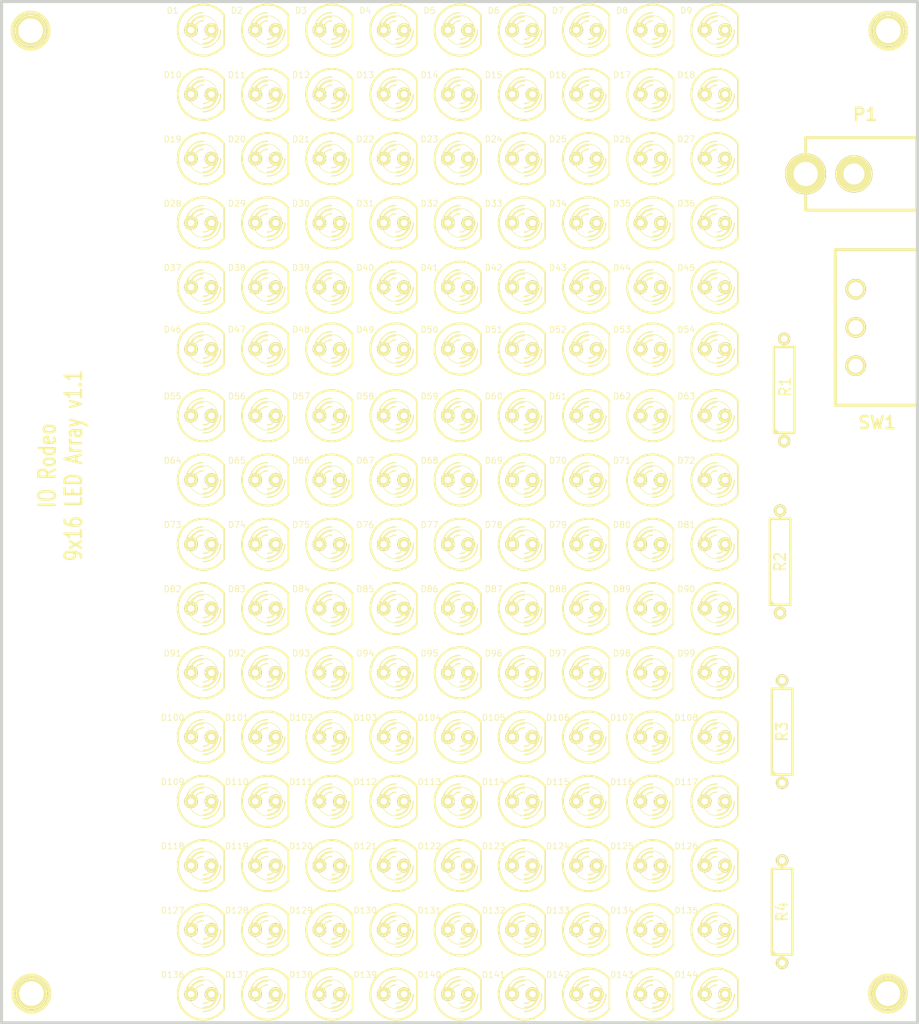
<source format=kicad_pcb>
(kicad_pcb (version 3) (host pcbnew "(2013-mar-13)-testing")
  (title_block (date "30 aug 2012"))
  (layers (15 Front signal) (0 Back signal) (18 B.Paste user) (19 F.Paste user) (20 B.SilkS user) (21 F.SilkS user) (22 B.Mask user) (23 F.Mask user) (28 Edge.Cuts user))
  (net 0 "")
  (net 1 /15V)
  (net 2 GND)
  (net 3 N-0000010)
  (net 4 N-00000100)
  (net 5 N-00000101)
  (net 6 N-00000102)
  (net 7 N-00000103)
  (net 8 N-00000104)
  (net 9 N-00000105)
  (net 10 N-00000106)
  (net 11 N-00000107)
  (net 12 N-00000108)
  (net 13 N-00000109)
  (net 14 N-0000011)
  (net 15 N-00000110)
  (net 16 N-00000111)
  (net 17 N-00000112)
  (net 18 N-00000113)
  (net 19 N-00000114)
  (net 20 N-00000115)
  (net 21 N-0000012)
  (net 22 N-0000013)
  (net 23 N-0000014)
  (net 24 N-0000015)
  (net 25 N-0000016)
  (net 26 N-0000017)
  (net 27 N-0000018)
  (net 28 N-0000019)
  (net 29 N-000002)
  (net 30 N-0000020)
  (net 31 N-0000021)
  (net 32 N-0000022)
  (net 33 N-0000023)
  (net 34 N-0000024)
  (net 35 N-0000025)
  (net 36 N-0000026)
  (net 37 N-0000027)
  (net 38 N-0000028)
  (net 39 N-0000029)
  (net 40 N-000003)
  (net 41 N-0000031)
  (net 42 N-0000032)
  (net 43 N-0000033)
  (net 44 N-0000034)
  (net 45 N-0000035)
  (net 46 N-0000036)
  (net 47 N-0000037)
  (net 48 N-0000038)
  (net 49 N-0000039)
  (net 50 N-000004)
  (net 51 N-0000040)
  (net 52 N-0000041)
  (net 53 N-0000042)
  (net 54 N-0000043)
  (net 55 N-0000044)
  (net 56 N-0000045)
  (net 57 N-0000046)
  (net 58 N-0000047)
  (net 59 N-0000048)
  (net 60 N-0000049)
  (net 61 N-000005)
  (net 62 N-0000050)
  (net 63 N-0000051)
  (net 64 N-0000052)
  (net 65 N-0000053)
  (net 66 N-0000054)
  (net 67 N-0000055)
  (net 68 N-0000056)
  (net 69 N-0000057)
  (net 70 N-0000058)
  (net 71 N-0000059)
  (net 72 N-000006)
  (net 73 N-0000060)
  (net 74 N-0000061)
  (net 75 N-0000062)
  (net 76 N-0000063)
  (net 77 N-0000064)
  (net 78 N-0000065)
  (net 79 N-0000066)
  (net 80 N-0000067)
  (net 81 N-0000068)
  (net 82 N-0000069)
  (net 83 N-000007)
  (net 84 N-0000070)
  (net 85 N-0000071)
  (net 86 N-0000072)
  (net 87 N-0000073)
  (net 88 N-0000074)
  (net 89 N-0000075)
  (net 90 N-0000076)
  (net 91 N-0000077)
  (net 92 N-0000078)
  (net 93 N-0000079)
  (net 94 N-000008)
  (net 95 N-0000080)
  (net 96 N-0000081)
  (net 97 N-0000082)
  (net 98 N-0000083)
  (net 99 N-0000084)
  (net 100 N-0000085)
  (net 101 N-0000086)
  (net 102 N-0000087)
  (net 103 N-0000088)
  (net 104 N-0000089)
  (net 105 N-000009)
  (net 106 N-0000090)
  (net 107 N-0000091)
  (net 108 N-0000092)
  (net 109 N-0000093)
  (net 110 N-0000094)
  (net 111 N-0000095)
  (net 112 N-0000096)
  (net 113 N-0000097)
  (net 114 N-0000098)
  (net 115 N-0000099)
  (module R5 (layer Front) (at 158.242 85.852 90)
    (fp_text reference R2 (at 0 0 90) (layer F.SilkS) (effects (font (size 1.397 1.27) (thickness 0.2032))))
    (fp_text value R hide)
    (pad 1 thru_hole circle (at -6.35 0 90) (size 1.524 1.524) (drill 0.8128) (layers *.Cu *.Mask F.SilkS) (net 50 N-000004))
    (pad 2 thru_hole circle (at 6.35 0 90) (size 1.524 1.524) (drill 0.8128) (layers *.Cu *.Mask F.SilkS) (net 2 GND))
  )
  (module R5 (layer Front) (at 158.75 64.516 90)
    (fp_text reference R1 (at 0.381 0.127 90) (layer F.SilkS) (effects (font (size 1.397 1.27) (thickness 0.2032))))
    (fp_text value R hide)
    (pad 1 thru_hole circle (at -6.35 0 90) (size 1.524 1.524) (drill 0.8128) (layers *.Cu *.Mask F.SilkS) (net 61 N-000005))
    (pad 2 thru_hole circle (at 6.35 0 90) (size 1.524 1.524) (drill 0.8128) (layers *.Cu *.Mask F.SilkS) (net 2 GND))
  )
  (module DCJACK_2PIN (layer Front) (at 161.41954 37.7063)
    (fp_text reference P1 (at 7.39902 -7.39902) (layer F.SilkS) (effects (font (thickness 0.3048))))
    (fp_text value CONN_2 hide)
    (pad 1 thru_hole circle (at 0 0) (size 5.08 5.08) (drill 2.99974) (layers *.Cu *.Mask F.SilkS) (net 1 /15V))
    (pad 2 thru_hole circle (at 5.99948 0) (size 4.59994 4.59994) (drill 2.60096) (layers *.Cu *.Mask F.SilkS) (net 2 GND))
  )
  (module 1pin (layer Front) (at 65.23482 139.44346)
    (fp_text reference M4 hide)
    (fp_text value P*** hide)
    (pad 1 thru_hole circle (at 0 0) (size 4.064 4.064) (drill 3.048) (layers *.Cu *.Mask F.SilkS))
  )
  (module 1pin (layer Front) (at 171.69892 19.92376)
    (fp_text reference M2 hide)
    (fp_text value P*** hide)
    (pad 1 thru_hole circle (at 0 0) (size 4.064 4.064) (drill 3.048) (layers *.Cu *.Mask F.SilkS))
  )
  (module 1pin (layer Front) (at 171.64558 139.44346)
    (fp_text reference M3 hide)
    (fp_text value P*** hide)
    (pad 1 thru_hole circle (at 0 0) (size 4.064 4.064) (drill 3.048) (layers *.Cu *.Mask F.SilkS))
  )
  (module 1pin (layer Front) (at 65.13068 19.92376)
    (fp_text reference M1 hide)
    (fp_text value P*** hide)
    (pad 1 thru_hole circle (at 0 0) (size 4.064 4.064) (drill 3.048) (layers *.Cu *.Mask F.SilkS))
  )
  (module slide_switch (layer Front) (at 170.18 56.7563 90)
    (fp_text reference SW1 (at -11.8237 0.127 180) (layer F.SilkS) (effects (font (thickness 0.3048))))
    (fp_text value SWITCH_INV hide)
    (pad 1 thru_hole circle (at -4.7498 -2.54 90) (size 2.54 2.54) (drill 1.778) (layers *.Cu *.Mask F.SilkS) (net 1 /15V))
    (pad 2 thru_hole circle (at 0 -2.54 90) (size 2.54 2.54) (drill 1.778) (layers *.Cu *.Mask F.SilkS) (net 42 N-0000032))
    (pad 3 thru_hole circle (at 4.7498 -2.54 90) (size 2.54 2.54) (drill 1.778) (layers *.Cu *.Mask F.SilkS) (net 2 GND))
  )
  (module "CUSTOM2 LED-5MM" (layer Front) (at 86.32952 19.8501)
    (fp_text reference D1 (at -3.556 -2.413) (layer F.SilkS) (effects (font (size 0.762 0.762) (thickness 0.0889))))
    (fp_text value LED hide)
    (pad 1 thru_hole circle (at -1.27 0) (size 1.6764 1.6764) (drill 0.8128) (layers *.Cu *.Mask F.Paste F.SilkS) (net 42 N-0000032))
    (pad 2 thru_hole circle (at 1.27 0) (size 1.6764 1.6764) (drill 0.8128) (layers *.Cu *.Mask F.Paste F.SilkS) (net 19 N-00000114))
  )
  (module "CUSTOM2 LED-5MM" (layer Front) (at 110.2614 75.692)
    (fp_text reference D67 (at -3.556 -2.413) (layer F.SilkS) (effects (font (size 0.762 0.762) (thickness 0.0889))))
    (fp_text value LED hide)
    (pad 1 thru_hole circle (at -1.27 0) (size 1.6764 1.6764) (drill 0.8128) (layers *.Cu *.Mask F.Paste F.SilkS) (net 74 N-0000061))
    (pad 2 thru_hole circle (at 1.27 0) (size 1.6764 1.6764) (drill 0.8128) (layers *.Cu *.Mask F.Paste F.SilkS) (net 75 N-0000062))
  )
  (module "CUSTOM2 LED-5MM" (layer Front) (at 118.237 75.692)
    (fp_text reference D68 (at -3.556 -2.413) (layer F.SilkS) (effects (font (size 0.762 0.762) (thickness 0.0889))))
    (fp_text value LED hide)
    (pad 1 thru_hole circle (at -1.27 0) (size 1.6764 1.6764) (drill 0.8128) (layers *.Cu *.Mask F.Paste F.SilkS) (net 75 N-0000062))
    (pad 2 thru_hole circle (at 1.27 0) (size 1.6764 1.6764) (drill 0.8128) (layers *.Cu *.Mask F.Paste F.SilkS) (net 50 N-000004))
  )
  (module "CUSTOM2 LED-5MM" (layer Front) (at 126.21514 75.692)
    (fp_text reference D69 (at -3.556 -2.413) (layer F.SilkS) (effects (font (size 0.762 0.762) (thickness 0.0889))))
    (fp_text value LED hide)
    (pad 1 thru_hole circle (at -1.27 0) (size 1.6764 1.6764) (drill 0.8128) (layers *.Cu *.Mask F.Paste F.SilkS) (net 42 N-0000032))
    (pad 2 thru_hole circle (at 1.27 0) (size 1.6764 1.6764) (drill 0.8128) (layers *.Cu *.Mask F.Paste F.SilkS) (net 70 N-0000058))
  )
  (module "CUSTOM2 LED-5MM" (layer Front) (at 134.19074 75.692)
    (fp_text reference D70 (at -3.556 -2.413) (layer F.SilkS) (effects (font (size 0.762 0.762) (thickness 0.0889))))
    (fp_text value LED hide)
    (pad 1 thru_hole circle (at -1.27 0) (size 1.6764 1.6764) (drill 0.8128) (layers *.Cu *.Mask F.Paste F.SilkS) (net 70 N-0000058))
    (pad 2 thru_hole circle (at 1.27 0) (size 1.6764 1.6764) (drill 0.8128) (layers *.Cu *.Mask F.Paste F.SilkS) (net 69 N-0000057))
  )
  (module "CUSTOM2 LED-5MM" (layer Front) (at 142.14602 75.692)
    (fp_text reference D71 (at -3.556 -2.413) (layer F.SilkS) (effects (font (size 0.762 0.762) (thickness 0.0889))))
    (fp_text value LED hide)
    (pad 1 thru_hole circle (at -1.27 0) (size 1.6764 1.6764) (drill 0.8128) (layers *.Cu *.Mask F.Paste F.SilkS) (net 69 N-0000057))
    (pad 2 thru_hole circle (at 1.27 0) (size 1.6764 1.6764) (drill 0.8128) (layers *.Cu *.Mask F.Paste F.SilkS) (net 71 N-0000059))
  )
  (module "CUSTOM2 LED-5MM" (layer Front) (at 150.14448 75.692)
    (fp_text reference D72 (at -3.556 -2.413) (layer F.SilkS) (effects (font (size 0.762 0.762) (thickness 0.0889))))
    (fp_text value LED hide)
    (pad 1 thru_hole circle (at -1.27 0) (size 1.6764 1.6764) (drill 0.8128) (layers *.Cu *.Mask F.Paste F.SilkS) (net 71 N-0000059))
    (pad 2 thru_hole circle (at 1.27 0) (size 1.6764 1.6764) (drill 0.8128) (layers *.Cu *.Mask F.Paste F.SilkS) (net 50 N-000004))
  )
  (module "CUSTOM2 LED-5MM" (layer Front) (at 94.30766 75.692)
    (fp_text reference D65 (at -3.556 -2.413) (layer F.SilkS) (effects (font (size 0.762 0.762) (thickness 0.0889))))
    (fp_text value LED hide)
    (pad 1 thru_hole circle (at -1.27 0) (size 1.6764 1.6764) (drill 0.8128) (layers *.Cu *.Mask F.Paste F.SilkS) (net 42 N-0000032))
    (pad 2 thru_hole circle (at 1.27 0) (size 1.6764 1.6764) (drill 0.8128) (layers *.Cu *.Mask F.Paste F.SilkS) (net 73 N-0000060))
  )
  (module "CUSTOM2 LED-5MM" (layer Front) (at 102.28326 75.692)
    (fp_text reference D66 (at -3.556 -2.413) (layer F.SilkS) (effects (font (size 0.762 0.762) (thickness 0.0889))))
    (fp_text value LED hide)
    (pad 1 thru_hole circle (at -1.27 0) (size 1.6764 1.6764) (drill 0.8128) (layers *.Cu *.Mask F.Paste F.SilkS) (net 73 N-0000060))
    (pad 2 thru_hole circle (at 1.27 0) (size 1.6764 1.6764) (drill 0.8128) (layers *.Cu *.Mask F.Paste F.SilkS) (net 74 N-0000061))
  )
  (module "CUSTOM2 LED-5MM" (layer Front) (at 102.28326 67.7164)
    (fp_text reference D57 (at -3.556 -2.413) (layer F.SilkS) (effects (font (size 0.762 0.762) (thickness 0.0889))))
    (fp_text value LED hide)
    (pad 1 thru_hole circle (at -1.27 0) (size 1.6764 1.6764) (drill 0.8128) (layers *.Cu *.Mask F.Paste F.SilkS) (net 42 N-0000032))
    (pad 2 thru_hole circle (at 1.27 0) (size 1.6764 1.6764) (drill 0.8128) (layers *.Cu *.Mask F.Paste F.SilkS) (net 54 N-0000043))
  )
  (module "CUSTOM2 LED-5MM" (layer Front) (at 110.2614 67.7164)
    (fp_text reference D58 (at -3.556 -2.413) (layer F.SilkS) (effects (font (size 0.762 0.762) (thickness 0.0889))))
    (fp_text value LED hide)
    (pad 1 thru_hole circle (at -1.27 0) (size 1.6764 1.6764) (drill 0.8128) (layers *.Cu *.Mask F.Paste F.SilkS) (net 54 N-0000043))
    (pad 2 thru_hole circle (at 1.27 0) (size 1.6764 1.6764) (drill 0.8128) (layers *.Cu *.Mask F.Paste F.SilkS) (net 53 N-0000042))
  )
  (module "CUSTOM2 LED-5MM" (layer Front) (at 118.237 67.7164)
    (fp_text reference D59 (at -3.556 -2.413) (layer F.SilkS) (effects (font (size 0.762 0.762) (thickness 0.0889))))
    (fp_text value LED hide)
    (pad 1 thru_hole circle (at -1.27 0) (size 1.6764 1.6764) (drill 0.8128) (layers *.Cu *.Mask F.Paste F.SilkS) (net 53 N-0000042))
    (pad 2 thru_hole circle (at 1.27 0) (size 1.6764 1.6764) (drill 0.8128) (layers *.Cu *.Mask F.Paste F.SilkS) (net 52 N-0000041))
  )
  (module "CUSTOM2 LED-5MM" (layer Front) (at 126.21514 67.7164)
    (fp_text reference D60 (at -3.556 -2.413) (layer F.SilkS) (effects (font (size 0.762 0.762) (thickness 0.0889))))
    (fp_text value LED hide)
    (pad 1 thru_hole circle (at -1.27 0) (size 1.6764 1.6764) (drill 0.8128) (layers *.Cu *.Mask F.Paste F.SilkS) (net 52 N-0000041))
    (pad 2 thru_hole circle (at 1.27 0) (size 1.6764 1.6764) (drill 0.8128) (layers *.Cu *.Mask F.Paste F.SilkS) (net 50 N-000004))
  )
  (module "CUSTOM2 LED-5MM" (layer Front) (at 134.19074 67.7164)
    (fp_text reference D61 (at -3.556 -2.413) (layer F.SilkS) (effects (font (size 0.762 0.762) (thickness 0.0889))))
    (fp_text value LED hide)
    (pad 1 thru_hole circle (at -1.27 0) (size 1.6764 1.6764) (drill 0.8128) (layers *.Cu *.Mask F.Paste F.SilkS) (net 42 N-0000032))
    (pad 2 thru_hole circle (at 1.27 0) (size 1.6764 1.6764) (drill 0.8128) (layers *.Cu *.Mask F.Paste F.SilkS) (net 48 N-0000038))
  )
  (module "CUSTOM2 LED-5MM" (layer Front) (at 142.16888 67.7164)
    (fp_text reference D62 (at -3.556 -2.413) (layer F.SilkS) (effects (font (size 0.762 0.762) (thickness 0.0889))))
    (fp_text value LED hide)
    (pad 1 thru_hole circle (at -1.27 0) (size 1.6764 1.6764) (drill 0.8128) (layers *.Cu *.Mask F.Paste F.SilkS) (net 48 N-0000038))
    (pad 2 thru_hole circle (at 1.27 0) (size 1.6764 1.6764) (drill 0.8128) (layers *.Cu *.Mask F.Paste F.SilkS) (net 49 N-0000039))
  )
  (module "CUSTOM2 LED-5MM" (layer Front) (at 150.14448 67.7164)
    (fp_text reference D63 (at -3.556 -2.413) (layer F.SilkS) (effects (font (size 0.762 0.762) (thickness 0.0889))))
    (fp_text value LED hide)
    (pad 1 thru_hole circle (at -1.27 0) (size 1.6764 1.6764) (drill 0.8128) (layers *.Cu *.Mask F.Paste F.SilkS) (net 49 N-0000039))
    (pad 2 thru_hole circle (at 1.27 0) (size 1.6764 1.6764) (drill 0.8128) (layers *.Cu *.Mask F.Paste F.SilkS) (net 51 N-0000040))
  )
  (module "CUSTOM2 LED-5MM" (layer Front) (at 94.30766 67.7164)
    (fp_text reference D56 (at -3.556 -2.413) (layer F.SilkS) (effects (font (size 0.762 0.762) (thickness 0.0889))))
    (fp_text value LED hide)
    (pad 1 thru_hole circle (at -1.27 0) (size 1.6764 1.6764) (drill 0.8128) (layers *.Cu *.Mask F.Paste F.SilkS) (net 45 N-0000035))
    (pad 2 thru_hole circle (at 1.27 0) (size 1.6764 1.6764) (drill 0.8128) (layers *.Cu *.Mask F.Paste F.SilkS) (net 50 N-000004))
  )
  (module "CUSTOM2 LED-5MM" (layer Front) (at 102.28326 59.43854)
    (fp_text reference D48 (at -3.556 -2.413) (layer F.SilkS) (effects (font (size 0.762 0.762) (thickness 0.0889))))
    (fp_text value LED hide)
    (pad 1 thru_hole circle (at -1.27 0) (size 1.6764 1.6764) (drill 0.8128) (layers *.Cu *.Mask F.Paste F.SilkS) (net 78 N-0000065))
    (pad 2 thru_hole circle (at 1.27 0) (size 1.6764 1.6764) (drill 0.8128) (layers *.Cu *.Mask F.Paste F.SilkS) (net 50 N-000004))
  )
  (module "CUSTOM2 LED-5MM" (layer Front) (at 110.2614 59.43854)
    (fp_text reference D49 (at -3.556 -2.413) (layer F.SilkS) (effects (font (size 0.762 0.762) (thickness 0.0889))))
    (fp_text value LED hide)
    (pad 1 thru_hole circle (at -1.27 0) (size 1.6764 1.6764) (drill 0.8128) (layers *.Cu *.Mask F.Paste F.SilkS) (net 42 N-0000032))
    (pad 2 thru_hole circle (at 1.27 0) (size 1.6764 1.6764) (drill 0.8128) (layers *.Cu *.Mask F.Paste F.SilkS) (net 68 N-0000056))
  )
  (module "CUSTOM2 LED-5MM" (layer Front) (at 118.237 59.43854)
    (fp_text reference D50 (at -3.556 -2.413) (layer F.SilkS) (effects (font (size 0.762 0.762) (thickness 0.0889))))
    (fp_text value LED hide)
    (pad 1 thru_hole circle (at -1.27 0) (size 1.6764 1.6764) (drill 0.8128) (layers *.Cu *.Mask F.Paste F.SilkS) (net 68 N-0000056))
    (pad 2 thru_hole circle (at 1.27 0) (size 1.6764 1.6764) (drill 0.8128) (layers *.Cu *.Mask F.Paste F.SilkS) (net 44 N-0000034))
  )
  (module "CUSTOM2 LED-5MM" (layer Front) (at 126.21514 59.43854)
    (fp_text reference D51 (at -3.556 -2.413) (layer F.SilkS) (effects (font (size 0.762 0.762) (thickness 0.0889))))
    (fp_text value LED hide)
    (pad 1 thru_hole circle (at -1.27 0) (size 1.6764 1.6764) (drill 0.8128) (layers *.Cu *.Mask F.Paste F.SilkS) (net 44 N-0000034))
    (pad 2 thru_hole circle (at 1.27 0) (size 1.6764 1.6764) (drill 0.8128) (layers *.Cu *.Mask F.Paste F.SilkS) (net 43 N-0000033))
  )
  (module "CUSTOM2 LED-5MM" (layer Front) (at 134.19074 59.43854)
    (fp_text reference D52 (at -3.556 -2.413) (layer F.SilkS) (effects (font (size 0.762 0.762) (thickness 0.0889))))
    (fp_text value LED hide)
    (pad 1 thru_hole circle (at -1.27 0) (size 1.6764 1.6764) (drill 0.8128) (layers *.Cu *.Mask F.Paste F.SilkS) (net 43 N-0000033))
    (pad 2 thru_hole circle (at 1.27 0) (size 1.6764 1.6764) (drill 0.8128) (layers *.Cu *.Mask F.Paste F.SilkS) (net 50 N-000004))
  )
  (module "CUSTOM2 LED-5MM" (layer Front) (at 142.16888 59.43854)
    (fp_text reference D53 (at -3.556 -2.413) (layer F.SilkS) (effects (font (size 0.762 0.762) (thickness 0.0889))))
    (fp_text value LED hide)
    (pad 1 thru_hole circle (at -1.27 0) (size 1.6764 1.6764) (drill 0.8128) (layers *.Cu *.Mask F.Paste F.SilkS) (net 42 N-0000032))
    (pad 2 thru_hole circle (at 1.27 0) (size 1.6764 1.6764) (drill 0.8128) (layers *.Cu *.Mask F.Paste F.SilkS) (net 47 N-0000037))
  )
  (module "CUSTOM2 LED-5MM" (layer Front) (at 150.14448 59.43854)
    (fp_text reference D54 (at -3.556 -2.413) (layer F.SilkS) (effects (font (size 0.762 0.762) (thickness 0.0889))))
    (fp_text value LED hide)
    (pad 1 thru_hole circle (at -1.27 0) (size 1.6764 1.6764) (drill 0.8128) (layers *.Cu *.Mask F.Paste F.SilkS) (net 47 N-0000037))
    (pad 2 thru_hole circle (at 1.27 0) (size 1.6764 1.6764) (drill 0.8128) (layers *.Cu *.Mask F.Paste F.SilkS) (net 46 N-0000036))
  )
  (module "CUSTOM2 LED-5MM" (layer Front) (at 94.30766 59.43854)
    (fp_text reference D47 (at -3.556 -2.413) (layer F.SilkS) (effects (font (size 0.762 0.762) (thickness 0.0889))))
    (fp_text value LED hide)
    (pad 1 thru_hole circle (at -1.27 0) (size 1.6764 1.6764) (drill 0.8128) (layers *.Cu *.Mask F.Paste F.SilkS) (net 79 N-0000066))
    (pad 2 thru_hole circle (at 1.27 0) (size 1.6764 1.6764) (drill 0.8128) (layers *.Cu *.Mask F.Paste F.SilkS) (net 78 N-0000065))
  )
  (module "CUSTOM2 LED-5MM" (layer Front) (at 94.30766 51.76266)
    (fp_text reference D38 (at -3.556 -2.413) (layer F.SilkS) (effects (font (size 0.762 0.762) (thickness 0.0889))))
    (fp_text value LED hide)
    (pad 1 thru_hole circle (at -1.27 0) (size 1.6764 1.6764) (drill 0.8128) (layers *.Cu *.Mask F.Paste F.SilkS) (net 81 N-0000068))
    (pad 2 thru_hole circle (at 1.27 0) (size 1.6764 1.6764) (drill 0.8128) (layers *.Cu *.Mask F.Paste F.SilkS) (net 82 N-0000069))
  )
  (module "CUSTOM2 LED-5MM" (layer Front) (at 102.28326 51.76266)
    (fp_text reference D39 (at -3.556 -2.413) (layer F.SilkS) (effects (font (size 0.762 0.762) (thickness 0.0889))))
    (fp_text value LED hide)
    (pad 1 thru_hole circle (at -1.27 0) (size 1.6764 1.6764) (drill 0.8128) (layers *.Cu *.Mask F.Paste F.SilkS) (net 82 N-0000069))
    (pad 2 thru_hole circle (at 1.27 0) (size 1.6764 1.6764) (drill 0.8128) (layers *.Cu *.Mask F.Paste F.SilkS) (net 84 N-0000070))
  )
  (module "CUSTOM2 LED-5MM" (layer Front) (at 118.237 51.76266)
    (fp_text reference D41 (at -3.556 -2.413) (layer F.SilkS) (effects (font (size 0.762 0.762) (thickness 0.0889))))
    (fp_text value LED hide)
    (pad 1 thru_hole circle (at -1.27 0) (size 1.6764 1.6764) (drill 0.8128) (layers *.Cu *.Mask F.Paste F.SilkS) (net 42 N-0000032))
    (pad 2 thru_hole circle (at 1.27 0) (size 1.6764 1.6764) (drill 0.8128) (layers *.Cu *.Mask F.Paste F.SilkS) (net 55 N-0000044))
  )
  (module "CUSTOM2 LED-5MM" (layer Front) (at 110.2614 51.76266)
    (fp_text reference D40 (at -3.556 -2.413) (layer F.SilkS) (effects (font (size 0.762 0.762) (thickness 0.0889))))
    (fp_text value LED hide)
    (pad 1 thru_hole circle (at -1.27 0) (size 1.6764 1.6764) (drill 0.8128) (layers *.Cu *.Mask F.Paste F.SilkS) (net 84 N-0000070))
    (pad 2 thru_hole circle (at 1.27 0) (size 1.6764 1.6764) (drill 0.8128) (layers *.Cu *.Mask F.Paste F.SilkS) (net 50 N-000004))
  )
  (module "CUSTOM2 LED-5MM" (layer Front) (at 126.21514 51.76266)
    (fp_text reference D42 (at -3.556 -2.413) (layer F.SilkS) (effects (font (size 0.762 0.762) (thickness 0.0889))))
    (fp_text value LED hide)
    (pad 1 thru_hole circle (at -1.27 0) (size 1.6764 1.6764) (drill 0.8128) (layers *.Cu *.Mask F.Paste F.SilkS) (net 55 N-0000044))
    (pad 2 thru_hole circle (at 1.27 0) (size 1.6764 1.6764) (drill 0.8128) (layers *.Cu *.Mask F.Paste F.SilkS) (net 76 N-0000063))
  )
  (module "CUSTOM2 LED-5MM" (layer Front) (at 134.19074 51.76266)
    (fp_text reference D43 (at -3.556 -2.413) (layer F.SilkS) (effects (font (size 0.762 0.762) (thickness 0.0889))))
    (fp_text value LED hide)
    (pad 1 thru_hole circle (at -1.27 0) (size 1.6764 1.6764) (drill 0.8128) (layers *.Cu *.Mask F.Paste F.SilkS) (net 76 N-0000063))
    (pad 2 thru_hole circle (at 1.27 0) (size 1.6764 1.6764) (drill 0.8128) (layers *.Cu *.Mask F.Paste F.SilkS) (net 77 N-0000064))
  )
  (module "CUSTOM2 LED-5MM" (layer Front) (at 142.16888 51.76266)
    (fp_text reference D44 (at -3.556 -2.413) (layer F.SilkS) (effects (font (size 0.762 0.762) (thickness 0.0889))))
    (fp_text value LED hide)
    (pad 1 thru_hole circle (at -1.27 0) (size 1.6764 1.6764) (drill 0.8128) (layers *.Cu *.Mask F.Paste F.SilkS) (net 77 N-0000064))
    (pad 2 thru_hole circle (at 1.27 0) (size 1.6764 1.6764) (drill 0.8128) (layers *.Cu *.Mask F.Paste F.SilkS) (net 50 N-000004))
  )
  (module "CUSTOM2 LED-5MM" (layer Front) (at 150.14448 51.76266)
    (fp_text reference D45 (at -3.556 -2.413) (layer F.SilkS) (effects (font (size 0.762 0.762) (thickness 0.0889))))
    (fp_text value LED hide)
    (pad 1 thru_hole circle (at -1.27 0) (size 1.6764 1.6764) (drill 0.8128) (layers *.Cu *.Mask F.Paste F.SilkS) (net 42 N-0000032))
    (pad 2 thru_hole circle (at 1.27 0) (size 1.6764 1.6764) (drill 0.8128) (layers *.Cu *.Mask F.Paste F.SilkS) (net 80 N-0000067))
  )
  (module "CUSTOM2 LED-5MM" (layer Front) (at 86.32952 51.76266)
    (fp_text reference D37 (at -3.556 -2.413) (layer F.SilkS) (effects (font (size 0.762 0.762) (thickness 0.0889))))
    (fp_text value LED hide)
    (pad 1 thru_hole circle (at -1.27 0) (size 1.6764 1.6764) (drill 0.8128) (layers *.Cu *.Mask F.Paste F.SilkS) (net 42 N-0000032))
    (pad 2 thru_hole circle (at 1.27 0) (size 1.6764 1.6764) (drill 0.8128) (layers *.Cu *.Mask F.Paste F.SilkS) (net 81 N-0000068))
  )
  (module "CUSTOM2 LED-5MM" (layer Front) (at 86.32952 59.43854)
    (fp_text reference D46 (at -3.556 -2.413) (layer F.SilkS) (effects (font (size 0.762 0.762) (thickness 0.0889))))
    (fp_text value LED hide)
    (pad 1 thru_hole circle (at -1.27 0) (size 1.6764 1.6764) (drill 0.8128) (layers *.Cu *.Mask F.Paste F.SilkS) (net 80 N-0000067))
    (pad 2 thru_hole circle (at 1.27 0) (size 1.6764 1.6764) (drill 0.8128) (layers *.Cu *.Mask F.Paste F.SilkS) (net 79 N-0000066))
  )
  (module "CUSTOM2 LED-5MM" (layer Front) (at 86.32952 67.7164)
    (fp_text reference D55 (at -3.556 -2.413) (layer F.SilkS) (effects (font (size 0.762 0.762) (thickness 0.0889))))
    (fp_text value LED hide)
    (pad 1 thru_hole circle (at -1.27 0) (size 1.6764 1.6764) (drill 0.8128) (layers *.Cu *.Mask F.Paste F.SilkS) (net 46 N-0000036))
    (pad 2 thru_hole circle (at 1.27 0) (size 1.6764 1.6764) (drill 0.8128) (layers *.Cu *.Mask F.Paste F.SilkS) (net 45 N-0000035))
  )
  (module "CUSTOM2 LED-5MM" (layer Front) (at 86.32952 75.692)
    (fp_text reference D64 (at -3.556 -2.413) (layer F.SilkS) (effects (font (size 0.762 0.762) (thickness 0.0889))))
    (fp_text value LED hide)
    (pad 1 thru_hole circle (at -1.27 0) (size 1.6764 1.6764) (drill 0.8128) (layers *.Cu *.Mask F.Paste F.SilkS) (net 51 N-0000040))
    (pad 2 thru_hole circle (at 1.27 0) (size 1.6764 1.6764) (drill 0.8128) (layers *.Cu *.Mask F.Paste F.SilkS) (net 50 N-000004))
  )
  (module "CUSTOM2 LED-5MM" (layer Front) (at 150.14448 43.78452)
    (fp_text reference D36 (at -3.556 -2.413) (layer F.SilkS) (effects (font (size 0.762 0.762) (thickness 0.0889))))
    (fp_text value LED hide)
    (pad 1 thru_hole circle (at -1.27 0) (size 1.6764 1.6764) (drill 0.8128) (layers *.Cu *.Mask F.Paste F.SilkS) (net 85 N-0000071))
    (pad 2 thru_hole circle (at 1.27 0) (size 1.6764 1.6764) (drill 0.8128) (layers *.Cu *.Mask F.Paste F.SilkS) (net 61 N-000005))
  )
  (module "CUSTOM2 LED-5MM" (layer Front) (at 94.30766 43.78452)
    (fp_text reference D29 (at -3.556 -2.413) (layer F.SilkS) (effects (font (size 0.762 0.762) (thickness 0.0889))))
    (fp_text value LED hide)
    (pad 1 thru_hole circle (at -1.27 0) (size 1.6764 1.6764) (drill 0.8128) (layers *.Cu *.Mask F.Paste F.SilkS) (net 42 N-0000032))
    (pad 2 thru_hole circle (at 1.27 0) (size 1.6764 1.6764) (drill 0.8128) (layers *.Cu *.Mask F.Paste F.SilkS) (net 60 N-0000049))
  )
  (module "CUSTOM2 LED-5MM" (layer Front) (at 102.28326 43.78452)
    (fp_text reference D30 (at -3.556 -2.413) (layer F.SilkS) (effects (font (size 0.762 0.762) (thickness 0.0889))))
    (fp_text value LED hide)
    (pad 1 thru_hole circle (at -1.27 0) (size 1.6764 1.6764) (drill 0.8128) (layers *.Cu *.Mask F.Paste F.SilkS) (net 60 N-0000049))
    (pad 2 thru_hole circle (at 1.27 0) (size 1.6764 1.6764) (drill 0.8128) (layers *.Cu *.Mask F.Paste F.SilkS) (net 59 N-0000048))
  )
  (module "CUSTOM2 LED-5MM" (layer Front) (at 110.2614 43.78452)
    (fp_text reference D31 (at -3.556 -2.413) (layer F.SilkS) (effects (font (size 0.762 0.762) (thickness 0.0889))))
    (fp_text value LED hide)
    (pad 1 thru_hole circle (at -1.27 0) (size 1.6764 1.6764) (drill 0.8128) (layers *.Cu *.Mask F.Paste F.SilkS) (net 59 N-0000048))
    (pad 2 thru_hole circle (at 1.27 0) (size 1.6764 1.6764) (drill 0.8128) (layers *.Cu *.Mask F.Paste F.SilkS) (net 58 N-0000047))
  )
  (module "CUSTOM2 LED-5MM" (layer Front) (at 118.237 43.78452)
    (fp_text reference D32 (at -3.556 -2.413) (layer F.SilkS) (effects (font (size 0.762 0.762) (thickness 0.0889))))
    (fp_text value LED hide)
    (pad 1 thru_hole circle (at -1.27 0) (size 1.6764 1.6764) (drill 0.8128) (layers *.Cu *.Mask F.Paste F.SilkS) (net 58 N-0000047))
    (pad 2 thru_hole circle (at 1.27 0) (size 1.6764 1.6764) (drill 0.8128) (layers *.Cu *.Mask F.Paste F.SilkS) (net 61 N-000005))
  )
  (module "CUSTOM2 LED-5MM" (layer Front) (at 126.21514 43.78452)
    (fp_text reference D33 (at -3.556 -2.413) (layer F.SilkS) (effects (font (size 0.762 0.762) (thickness 0.0889))))
    (fp_text value LED hide)
    (pad 1 thru_hole circle (at -1.27 0) (size 1.6764 1.6764) (drill 0.8128) (layers *.Cu *.Mask F.Paste F.SilkS) (net 42 N-0000032))
    (pad 2 thru_hole circle (at 1.27 0) (size 1.6764 1.6764) (drill 0.8128) (layers *.Cu *.Mask F.Paste F.SilkS) (net 87 N-0000073))
  )
  (module "CUSTOM2 LED-5MM" (layer Front) (at 134.19074 43.78452)
    (fp_text reference D34 (at -3.556 -2.413) (layer F.SilkS) (effects (font (size 0.762 0.762) (thickness 0.0889))))
    (fp_text value LED hide)
    (pad 1 thru_hole circle (at -1.27 0) (size 1.6764 1.6764) (drill 0.8128) (layers *.Cu *.Mask F.Paste F.SilkS) (net 87 N-0000073))
    (pad 2 thru_hole circle (at 1.27 0) (size 1.6764 1.6764) (drill 0.8128) (layers *.Cu *.Mask F.Paste F.SilkS) (net 86 N-0000072))
  )
  (module "CUSTOM2 LED-5MM" (layer Front) (at 142.16888 43.78452)
    (fp_text reference D35 (at -3.556 -2.413) (layer F.SilkS) (effects (font (size 0.762 0.762) (thickness 0.0889))))
    (fp_text value LED hide)
    (pad 1 thru_hole circle (at -1.27 0) (size 1.6764 1.6764) (drill 0.8128) (layers *.Cu *.Mask F.Paste F.SilkS) (net 86 N-0000072))
    (pad 2 thru_hole circle (at 1.27 0) (size 1.6764 1.6764) (drill 0.8128) (layers *.Cu *.Mask F.Paste F.SilkS) (net 85 N-0000071))
  )
  (module "CUSTOM2 LED-5MM" (layer Front) (at 86.32952 43.78452)
    (fp_text reference D28 (at -3.556 -2.413) (layer F.SilkS) (effects (font (size 0.762 0.762) (thickness 0.0889))))
    (fp_text value LED hide)
    (pad 1 thru_hole circle (at -1.27 0) (size 1.6764 1.6764) (drill 0.8128) (layers *.Cu *.Mask F.Paste F.SilkS) (net 57 N-0000046))
    (pad 2 thru_hole circle (at 1.27 0) (size 1.6764 1.6764) (drill 0.8128) (layers *.Cu *.Mask F.Paste F.SilkS) (net 61 N-000005))
  )
  (module "CUSTOM2 LED-5MM" (layer Front) (at 142.16888 35.80638)
    (fp_text reference D26 (at -3.556 -2.413) (layer F.SilkS) (effects (font (size 0.762 0.762) (thickness 0.0889))))
    (fp_text value LED hide)
    (pad 1 thru_hole circle (at -1.27 0) (size 1.6764 1.6764) (drill 0.8128) (layers *.Cu *.Mask F.Paste F.SilkS) (net 11 N-00000107))
    (pad 2 thru_hole circle (at 1.27 0) (size 1.6764 1.6764) (drill 0.8128) (layers *.Cu *.Mask F.Paste F.SilkS) (net 56 N-0000045))
  )
  (module "CUSTOM2 LED-5MM" (layer Front) (at 150.14448 35.80638)
    (fp_text reference D27 (at -3.556 -2.413) (layer F.SilkS) (effects (font (size 0.762 0.762) (thickness 0.0889))))
    (fp_text value LED hide)
    (pad 1 thru_hole circle (at -1.27 0) (size 1.6764 1.6764) (drill 0.8128) (layers *.Cu *.Mask F.Paste F.SilkS) (net 56 N-0000045))
    (pad 2 thru_hole circle (at 1.27 0) (size 1.6764 1.6764) (drill 0.8128) (layers *.Cu *.Mask F.Paste F.SilkS) (net 57 N-0000046))
  )
  (module "CUSTOM2 LED-5MM" (layer Front) (at 94.30766 35.80638)
    (fp_text reference D20 (at -3.556 -2.413) (layer F.SilkS) (effects (font (size 0.762 0.762) (thickness 0.0889))))
    (fp_text value LED hide)
    (pad 1 thru_hole circle (at -1.27 0) (size 1.6764 1.6764) (drill 0.8128) (layers *.Cu *.Mask F.Paste F.SilkS) (net 65 N-0000053))
    (pad 2 thru_hole circle (at 1.27 0) (size 1.6764 1.6764) (drill 0.8128) (layers *.Cu *.Mask F.Paste F.SilkS) (net 61 N-000005))
  )
  (module "CUSTOM2 LED-5MM" (layer Front) (at 102.28326 35.80638)
    (fp_text reference D21 (at -3.556 -2.413) (layer F.SilkS) (effects (font (size 0.762 0.762) (thickness 0.0889))))
    (fp_text value LED hide)
    (pad 1 thru_hole circle (at -1.27 0) (size 1.6764 1.6764) (drill 0.8128) (layers *.Cu *.Mask F.Paste F.SilkS) (net 42 N-0000032))
    (pad 2 thru_hole circle (at 1.27 0) (size 1.6764 1.6764) (drill 0.8128) (layers *.Cu *.Mask F.Paste F.SilkS) (net 62 N-0000050))
  )
  (module "CUSTOM2 LED-5MM" (layer Front) (at 110.2614 35.80638)
    (fp_text reference D22 (at -3.556 -2.413) (layer F.SilkS) (effects (font (size 0.762 0.762) (thickness 0.0889))))
    (fp_text value LED hide)
    (pad 1 thru_hole circle (at -1.27 0) (size 1.6764 1.6764) (drill 0.8128) (layers *.Cu *.Mask F.Paste F.SilkS) (net 62 N-0000050))
    (pad 2 thru_hole circle (at 1.27 0) (size 1.6764 1.6764) (drill 0.8128) (layers *.Cu *.Mask F.Paste F.SilkS) (net 63 N-0000051))
  )
  (module "CUSTOM2 LED-5MM" (layer Front) (at 118.237 35.80638)
    (fp_text reference D23 (at -3.556 -2.413) (layer F.SilkS) (effects (font (size 0.762 0.762) (thickness 0.0889))))
    (fp_text value LED hide)
    (pad 1 thru_hole circle (at -1.27 0) (size 1.6764 1.6764) (drill 0.8128) (layers *.Cu *.Mask F.Paste F.SilkS) (net 63 N-0000051))
    (pad 2 thru_hole circle (at 1.27 0) (size 1.6764 1.6764) (drill 0.8128) (layers *.Cu *.Mask F.Paste F.SilkS) (net 64 N-0000052))
  )
  (module "CUSTOM2 LED-5MM" (layer Front) (at 126.21514 35.80638)
    (fp_text reference D24 (at -3.556 -2.413) (layer F.SilkS) (effects (font (size 0.762 0.762) (thickness 0.0889))))
    (fp_text value LED hide)
    (pad 1 thru_hole circle (at -1.27 0) (size 1.6764 1.6764) (drill 0.8128) (layers *.Cu *.Mask F.Paste F.SilkS) (net 64 N-0000052))
    (pad 2 thru_hole circle (at 1.27 0) (size 1.6764 1.6764) (drill 0.8128) (layers *.Cu *.Mask F.Paste F.SilkS) (net 61 N-000005))
  )
  (module "CUSTOM2 LED-5MM" (layer Front) (at 134.19074 35.80638)
    (fp_text reference D25 (at -3.556 -2.413) (layer F.SilkS) (effects (font (size 0.762 0.762) (thickness 0.0889))))
    (fp_text value LED hide)
    (pad 1 thru_hole circle (at -1.27 0) (size 1.6764 1.6764) (drill 0.8128) (layers *.Cu *.Mask F.Paste F.SilkS) (net 42 N-0000032))
    (pad 2 thru_hole circle (at 1.27 0) (size 1.6764 1.6764) (drill 0.8128) (layers *.Cu *.Mask F.Paste F.SilkS) (net 11 N-00000107))
  )
  (module "CUSTOM2 LED-5MM" (layer Front) (at 150.14448 27.82824)
    (fp_text reference D18 (at -3.556 -2.413) (layer F.SilkS) (effects (font (size 0.762 0.762) (thickness 0.0889))))
    (fp_text value LED hide)
    (pad 1 thru_hole circle (at -1.27 0) (size 1.6764 1.6764) (drill 0.8128) (layers *.Cu *.Mask F.Paste F.SilkS) (net 67 N-0000055))
    (pad 2 thru_hole circle (at 1.27 0) (size 1.6764 1.6764) (drill 0.8128) (layers *.Cu *.Mask F.Paste F.SilkS) (net 66 N-0000054))
  )
  (module "CUSTOM2 LED-5MM" (layer Front) (at 142.16888 27.82824)
    (fp_text reference D17 (at -3.556 -2.413) (layer F.SilkS) (effects (font (size 0.762 0.762) (thickness 0.0889))))
    (fp_text value LED hide)
    (pad 1 thru_hole circle (at -1.27 0) (size 1.6764 1.6764) (drill 0.8128) (layers *.Cu *.Mask F.Paste F.SilkS) (net 42 N-0000032))
    (pad 2 thru_hole circle (at 1.27 0) (size 1.6764 1.6764) (drill 0.8128) (layers *.Cu *.Mask F.Paste F.SilkS) (net 67 N-0000055))
  )
  (module "CUSTOM2 LED-5MM" (layer Front) (at 134.19074 27.82824)
    (fp_text reference D16 (at -3.556 -2.413) (layer F.SilkS) (effects (font (size 0.762 0.762) (thickness 0.0889))))
    (fp_text value LED hide)
    (pad 1 thru_hole circle (at -1.27 0) (size 1.6764 1.6764) (drill 0.8128) (layers *.Cu *.Mask F.Paste F.SilkS) (net 7 N-00000103))
    (pad 2 thru_hole circle (at 1.27 0) (size 1.6764 1.6764) (drill 0.8128) (layers *.Cu *.Mask F.Paste F.SilkS) (net 61 N-000005))
  )
  (module "CUSTOM2 LED-5MM" (layer Front) (at 126.21514 27.82824)
    (fp_text reference D15 (at -3.556 -2.413) (layer F.SilkS) (effects (font (size 0.762 0.762) (thickness 0.0889))))
    (fp_text value LED hide)
    (pad 1 thru_hole circle (at -1.27 0) (size 1.6764 1.6764) (drill 0.8128) (layers *.Cu *.Mask F.Paste F.SilkS) (net 6 N-00000102))
    (pad 2 thru_hole circle (at 1.27 0) (size 1.6764 1.6764) (drill 0.8128) (layers *.Cu *.Mask F.Paste F.SilkS) (net 7 N-00000103))
  )
  (module "CUSTOM2 LED-5MM" (layer Front) (at 118.237 27.82824)
    (fp_text reference D14 (at -3.556 -2.413) (layer F.SilkS) (effects (font (size 0.762 0.762) (thickness 0.0889))))
    (fp_text value LED hide)
    (pad 1 thru_hole circle (at -1.27 0) (size 1.6764 1.6764) (drill 0.8128) (layers *.Cu *.Mask F.Paste F.SilkS) (net 5 N-00000101))
    (pad 2 thru_hole circle (at 1.27 0) (size 1.6764 1.6764) (drill 0.8128) (layers *.Cu *.Mask F.Paste F.SilkS) (net 6 N-00000102))
  )
  (module "CUSTOM2 LED-5MM" (layer Front) (at 110.2614 27.82824)
    (fp_text reference D13 (at -3.556 -2.413) (layer F.SilkS) (effects (font (size 0.762 0.762) (thickness 0.0889))))
    (fp_text value LED hide)
    (pad 1 thru_hole circle (at -1.27 0) (size 1.6764 1.6764) (drill 0.8128) (layers *.Cu *.Mask F.Paste F.SilkS) (net 42 N-0000032))
    (pad 2 thru_hole circle (at 1.27 0) (size 1.6764 1.6764) (drill 0.8128) (layers *.Cu *.Mask F.Paste F.SilkS) (net 5 N-00000101))
  )
  (module "CUSTOM2 LED-5MM" (layer Front) (at 102.28326 27.82824)
    (fp_text reference D12 (at -3.556 -2.413) (layer F.SilkS) (effects (font (size 0.762 0.762) (thickness 0.0889))))
    (fp_text value LED hide)
    (pad 1 thru_hole circle (at -1.27 0) (size 1.6764 1.6764) (drill 0.8128) (layers *.Cu *.Mask F.Paste F.SilkS) (net 8 N-00000104))
    (pad 2 thru_hole circle (at 1.27 0) (size 1.6764 1.6764) (drill 0.8128) (layers *.Cu *.Mask F.Paste F.SilkS) (net 61 N-000005))
  )
  (module "CUSTOM2 LED-5MM" (layer Front) (at 94.30766 27.82824)
    (fp_text reference D11 (at -3.556 -2.413) (layer F.SilkS) (effects (font (size 0.762 0.762) (thickness 0.0889))))
    (fp_text value LED hide)
    (pad 1 thru_hole circle (at -1.27 0) (size 1.6764 1.6764) (drill 0.8128) (layers *.Cu *.Mask F.Paste F.SilkS) (net 9 N-00000105))
    (pad 2 thru_hole circle (at 1.27 0) (size 1.6764 1.6764) (drill 0.8128) (layers *.Cu *.Mask F.Paste F.SilkS) (net 8 N-00000104))
  )
  (module "CUSTOM2 LED-5MM" (layer Front) (at 86.32952 27.82824)
    (fp_text reference D10 (at -3.556 -2.413) (layer F.SilkS) (effects (font (size 0.762 0.762) (thickness 0.0889))))
    (fp_text value LED hide)
    (pad 1 thru_hole circle (at -1.27 0) (size 1.6764 1.6764) (drill 0.8128) (layers *.Cu *.Mask F.Paste F.SilkS) (net 10 N-00000106))
    (pad 2 thru_hole circle (at 1.27 0) (size 1.6764 1.6764) (drill 0.8128) (layers *.Cu *.Mask F.Paste F.SilkS) (net 9 N-00000105))
  )
  (module "CUSTOM2 LED-5MM" (layer Front) (at 150.14448 19.8501)
    (fp_text reference D9 (at -3.556 -2.413) (layer F.SilkS) (effects (font (size 0.762 0.762) (thickness 0.0889))))
    (fp_text value LED hide)
    (pad 1 thru_hole circle (at -1.27 0) (size 1.6764 1.6764) (drill 0.8128) (layers *.Cu *.Mask F.Paste F.SilkS) (net 42 N-0000032))
    (pad 2 thru_hole circle (at 1.27 0) (size 1.6764 1.6764) (drill 0.8128) (layers *.Cu *.Mask F.Paste F.SilkS) (net 10 N-00000106))
  )
  (module "CUSTOM2 LED-5MM" (layer Front) (at 142.16888 19.8501)
    (fp_text reference D8 (at -3.556 -2.413) (layer F.SilkS) (effects (font (size 0.762 0.762) (thickness 0.0889))))
    (fp_text value LED hide)
    (pad 1 thru_hole circle (at -1.27 0) (size 1.6764 1.6764) (drill 0.8128) (layers *.Cu *.Mask F.Paste F.SilkS) (net 114 N-0000098))
    (pad 2 thru_hole circle (at 1.27 0) (size 1.6764 1.6764) (drill 0.8128) (layers *.Cu *.Mask F.Paste F.SilkS) (net 61 N-000005))
  )
  (module "CUSTOM2 LED-5MM" (layer Front) (at 134.19074 19.8501)
    (fp_text reference D7 (at -3.556 -2.413) (layer F.SilkS) (effects (font (size 0.762 0.762) (thickness 0.0889))))
    (fp_text value LED hide)
    (pad 1 thru_hole circle (at -1.27 0) (size 1.6764 1.6764) (drill 0.8128) (layers *.Cu *.Mask F.Paste F.SilkS) (net 115 N-0000099))
    (pad 2 thru_hole circle (at 1.27 0) (size 1.6764 1.6764) (drill 0.8128) (layers *.Cu *.Mask F.Paste F.SilkS) (net 114 N-0000098))
  )
  (module "CUSTOM2 LED-5MM" (layer Front) (at 126.21514 19.8501)
    (fp_text reference D6 (at -3.556 -2.413) (layer F.SilkS) (effects (font (size 0.762 0.762) (thickness 0.0889))))
    (fp_text value LED hide)
    (pad 1 thru_hole circle (at -1.27 0) (size 1.6764 1.6764) (drill 0.8128) (layers *.Cu *.Mask F.Paste F.SilkS) (net 4 N-00000100))
    (pad 2 thru_hole circle (at 1.27 0) (size 1.6764 1.6764) (drill 0.8128) (layers *.Cu *.Mask F.Paste F.SilkS) (net 115 N-0000099))
  )
  (module "CUSTOM2 LED-5MM" (layer Front) (at 118.237 19.8501)
    (fp_text reference D5 (at -3.556 -2.413) (layer F.SilkS) (effects (font (size 0.762 0.762) (thickness 0.0889))))
    (fp_text value LED hide)
    (pad 1 thru_hole circle (at -1.27 0) (size 1.6764 1.6764) (drill 0.8128) (layers *.Cu *.Mask F.Paste F.SilkS) (net 42 N-0000032))
    (pad 2 thru_hole circle (at 1.27 0) (size 1.6764 1.6764) (drill 0.8128) (layers *.Cu *.Mask F.Paste F.SilkS) (net 4 N-00000100))
  )
  (module "CUSTOM2 LED-5MM" (layer Front) (at 110.2614 19.8501)
    (fp_text reference D4 (at -3.556 -2.413) (layer F.SilkS) (effects (font (size 0.762 0.762) (thickness 0.0889))))
    (fp_text value LED hide)
    (pad 1 thru_hole circle (at -1.27 0) (size 1.6764 1.6764) (drill 0.8128) (layers *.Cu *.Mask F.Paste F.SilkS) (net 113 N-0000097))
    (pad 2 thru_hole circle (at 1.27 0) (size 1.6764 1.6764) (drill 0.8128) (layers *.Cu *.Mask F.Paste F.SilkS) (net 61 N-000005))
  )
  (module "CUSTOM2 LED-5MM" (layer Front) (at 102.28326 19.8501)
    (fp_text reference D3 (at -3.556 -2.413) (layer F.SilkS) (effects (font (size 0.762 0.762) (thickness 0.0889))))
    (fp_text value LED hide)
    (pad 1 thru_hole circle (at -1.27 0) (size 1.6764 1.6764) (drill 0.8128) (layers *.Cu *.Mask F.Paste F.SilkS) (net 20 N-00000115))
    (pad 2 thru_hole circle (at 1.27 0) (size 1.6764 1.6764) (drill 0.8128) (layers *.Cu *.Mask F.Paste F.SilkS) (net 113 N-0000097))
  )
  (module "CUSTOM2 LED-5MM" (layer Front) (at 94.30766 19.8501)
    (fp_text reference D2 (at -3.556 -2.413) (layer F.SilkS) (effects (font (size 0.762 0.762) (thickness 0.0889))))
    (fp_text value LED hide)
    (pad 1 thru_hole circle (at -1.27 0) (size 1.6764 1.6764) (drill 0.8128) (layers *.Cu *.Mask F.Paste F.SilkS) (net 19 N-00000114))
    (pad 2 thru_hole circle (at 1.27 0) (size 1.6764 1.6764) (drill 0.8128) (layers *.Cu *.Mask F.Paste F.SilkS) (net 20 N-00000115))
  )
  (module "CUSTOM2 LED-5MM" (layer Front) (at 86.32952 35.80638)
    (fp_text reference D19 (at -3.556 -2.413) (layer F.SilkS) (effects (font (size 0.762 0.762) (thickness 0.0889))))
    (fp_text value LED hide)
    (pad 1 thru_hole circle (at -1.27 0) (size 1.6764 1.6764) (drill 0.8128) (layers *.Cu *.Mask F.Paste F.SilkS) (net 66 N-0000054))
    (pad 2 thru_hole circle (at 1.27 0) (size 1.6764 1.6764) (drill 0.8128) (layers *.Cu *.Mask F.Paste F.SilkS) (net 65 N-0000053))
  )
  (module "CUSTOM2 LED-5MM" (layer Front) (at 86.32952 83.67014)
    (fp_text reference D73 (at -3.556 -2.413) (layer F.SilkS) (effects (font (size 0.762 0.762) (thickness 0.0889))))
    (fp_text value LED hide)
    (pad 1 thru_hole circle (at -1.27 0) (size 1.6764 1.6764) (drill 0.8128) (layers *.Cu *.Mask F.Paste F.SilkS) (net 42 N-0000032))
    (pad 2 thru_hole circle (at 1.27 0) (size 1.6764 1.6764) (drill 0.8128) (layers *.Cu *.Mask F.Paste F.SilkS) (net 29 N-000002))
  )
  (module "CUSTOM2 LED-5MM" (layer Front) (at 94.30766 83.67014)
    (fp_text reference D74 (at -3.556 -2.413) (layer F.SilkS) (effects (font (size 0.762 0.762) (thickness 0.0889))))
    (fp_text value LED hide)
    (pad 1 thru_hole circle (at -1.27 0) (size 1.6764 1.6764) (drill 0.8128) (layers *.Cu *.Mask F.Paste F.SilkS) (net 29 N-000002))
    (pad 2 thru_hole circle (at 1.27 0) (size 1.6764 1.6764) (drill 0.8128) (layers *.Cu *.Mask F.Paste F.SilkS) (net 40 N-000003))
  )
  (module "CUSTOM2 LED-5MM" (layer Front) (at 102.28326 83.67014)
    (fp_text reference D75 (at -3.556 -2.413) (layer F.SilkS) (effects (font (size 0.762 0.762) (thickness 0.0889))))
    (fp_text value LED hide)
    (pad 1 thru_hole circle (at -1.27 0) (size 1.6764 1.6764) (drill 0.8128) (layers *.Cu *.Mask F.Paste F.SilkS) (net 40 N-000003))
    (pad 2 thru_hole circle (at 1.27 0) (size 1.6764 1.6764) (drill 0.8128) (layers *.Cu *.Mask F.Paste F.SilkS) (net 28 N-0000019))
  )
  (module "CUSTOM2 LED-5MM" (layer Front) (at 110.2614 83.67014)
    (fp_text reference D76 (at -3.556 -2.413) (layer F.SilkS) (effects (font (size 0.762 0.762) (thickness 0.0889))))
    (fp_text value LED hide)
    (pad 1 thru_hole circle (at -1.27 0) (size 1.6764 1.6764) (drill 0.8128) (layers *.Cu *.Mask F.Paste F.SilkS) (net 28 N-0000019))
    (pad 2 thru_hole circle (at 1.27 0) (size 1.6764 1.6764) (drill 0.8128) (layers *.Cu *.Mask F.Paste F.SilkS) (net 41 N-0000031))
  )
  (module "CUSTOM2 LED-5MM" (layer Front) (at 118.237 83.67014)
    (fp_text reference D77 (at -3.556 -2.413) (layer F.SilkS) (effects (font (size 0.762 0.762) (thickness 0.0889))))
    (fp_text value LED hide)
    (pad 1 thru_hole circle (at -1.27 0) (size 1.6764 1.6764) (drill 0.8128) (layers *.Cu *.Mask F.Paste F.SilkS) (net 42 N-0000032))
    (pad 2 thru_hole circle (at 1.27 0) (size 1.6764 1.6764) (drill 0.8128) (layers *.Cu *.Mask F.Paste F.SilkS) (net 32 N-0000022))
  )
  (module "CUSTOM2 LED-5MM" (layer Front) (at 126.21514 83.67014)
    (fp_text reference D78 (at -3.556 -2.413) (layer F.SilkS) (effects (font (size 0.762 0.762) (thickness 0.0889))))
    (fp_text value LED hide)
    (pad 1 thru_hole circle (at -1.27 0) (size 1.6764 1.6764) (drill 0.8128) (layers *.Cu *.Mask F.Paste F.SilkS) (net 32 N-0000022))
    (pad 2 thru_hole circle (at 1.27 0) (size 1.6764 1.6764) (drill 0.8128) (layers *.Cu *.Mask F.Paste F.SilkS) (net 31 N-0000021))
  )
  (module "CUSTOM2 LED-5MM" (layer Front) (at 134.19074 83.67014)
    (fp_text reference D79 (at -3.556 -2.413) (layer F.SilkS) (effects (font (size 0.762 0.762) (thickness 0.0889))))
    (fp_text value LED hide)
    (pad 1 thru_hole circle (at -1.27 0) (size 1.6764 1.6764) (drill 0.8128) (layers *.Cu *.Mask F.Paste F.SilkS) (net 31 N-0000021))
    (pad 2 thru_hole circle (at 1.27 0) (size 1.6764 1.6764) (drill 0.8128) (layers *.Cu *.Mask F.Paste F.SilkS) (net 30 N-0000020))
  )
  (module "CUSTOM2 LED-5MM" (layer Front) (at 142.14602 83.67014)
    (fp_text reference D80 (at -3.556 -2.413) (layer F.SilkS) (effects (font (size 0.762 0.762) (thickness 0.0889))))
    (fp_text value LED hide)
    (pad 1 thru_hole circle (at -1.27 0) (size 1.6764 1.6764) (drill 0.8128) (layers *.Cu *.Mask F.Paste F.SilkS) (net 30 N-0000020))
    (pad 2 thru_hole circle (at 1.27 0) (size 1.6764 1.6764) (drill 0.8128) (layers *.Cu *.Mask F.Paste F.SilkS) (net 41 N-0000031))
  )
  (module "CUSTOM2 LED-5MM" (layer Front) (at 150.14448 83.67014)
    (fp_text reference D81 (at -3.556 -2.413) (layer F.SilkS) (effects (font (size 0.762 0.762) (thickness 0.0889))))
    (fp_text value LED hide)
    (pad 1 thru_hole circle (at -1.27 0) (size 1.6764 1.6764) (drill 0.8128) (layers *.Cu *.Mask F.Paste F.SilkS) (net 42 N-0000032))
    (pad 2 thru_hole circle (at 1.27 0) (size 1.6764 1.6764) (drill 0.8128) (layers *.Cu *.Mask F.Paste F.SilkS) (net 38 N-0000028))
  )
  (module "CUSTOM2 LED-5MM" (layer Front) (at 86.32952 91.64828)
    (fp_text reference D82 (at -3.556 -2.413) (layer F.SilkS) (effects (font (size 0.762 0.762) (thickness 0.0889))))
    (fp_text value LED hide)
    (pad 1 thru_hole circle (at -1.27 0) (size 1.6764 1.6764) (drill 0.8128) (layers *.Cu *.Mask F.Paste F.SilkS) (net 38 N-0000028))
    (pad 2 thru_hole circle (at 1.27 0) (size 1.6764 1.6764) (drill 0.8128) (layers *.Cu *.Mask F.Paste F.SilkS) (net 37 N-0000027))
  )
  (module "CUSTOM2 LED-5MM" (layer Front) (at 94.30766 91.64828)
    (fp_text reference D83 (at -3.556 -2.413) (layer F.SilkS) (effects (font (size 0.762 0.762) (thickness 0.0889))))
    (fp_text value LED hide)
    (pad 1 thru_hole circle (at -1.27 0) (size 1.6764 1.6764) (drill 0.8128) (layers *.Cu *.Mask F.Paste F.SilkS) (net 37 N-0000027))
    (pad 2 thru_hole circle (at 1.27 0) (size 1.6764 1.6764) (drill 0.8128) (layers *.Cu *.Mask F.Paste F.SilkS) (net 36 N-0000026))
  )
  (module "CUSTOM2 LED-5MM" (layer Front) (at 102.28326 91.64828)
    (fp_text reference D84 (at -3.556 -2.413) (layer F.SilkS) (effects (font (size 0.762 0.762) (thickness 0.0889))))
    (fp_text value LED hide)
    (pad 1 thru_hole circle (at -1.27 0) (size 1.6764 1.6764) (drill 0.8128) (layers *.Cu *.Mask F.Paste F.SilkS) (net 36 N-0000026))
    (pad 2 thru_hole circle (at 1.27 0) (size 1.6764 1.6764) (drill 0.8128) (layers *.Cu *.Mask F.Paste F.SilkS) (net 41 N-0000031))
  )
  (module "CUSTOM2 LED-5MM" (layer Front) (at 110.2614 91.64828)
    (fp_text reference D85 (at -3.556 -2.413) (layer F.SilkS) (effects (font (size 0.762 0.762) (thickness 0.0889))))
    (fp_text value LED hide)
    (pad 1 thru_hole circle (at -1.27 0) (size 1.6764 1.6764) (drill 0.8128) (layers *.Cu *.Mask F.Paste F.SilkS) (net 42 N-0000032))
    (pad 2 thru_hole circle (at 1.27 0) (size 1.6764 1.6764) (drill 0.8128) (layers *.Cu *.Mask F.Paste F.SilkS) (net 33 N-0000023))
  )
  (module "CUSTOM2 LED-5MM" (layer Front) (at 118.237 91.64828)
    (fp_text reference D86 (at -3.556 -2.413) (layer F.SilkS) (effects (font (size 0.762 0.762) (thickness 0.0889))))
    (fp_text value LED hide)
    (pad 1 thru_hole circle (at -1.27 0) (size 1.6764 1.6764) (drill 0.8128) (layers *.Cu *.Mask F.Paste F.SilkS) (net 33 N-0000023))
    (pad 2 thru_hole circle (at 1.27 0) (size 1.6764 1.6764) (drill 0.8128) (layers *.Cu *.Mask F.Paste F.SilkS) (net 34 N-0000024))
  )
  (module "CUSTOM2 LED-5MM" (layer Front) (at 126.21514 91.64828)
    (fp_text reference D87 (at -3.556 -2.413) (layer F.SilkS) (effects (font (size 0.762 0.762) (thickness 0.0889))))
    (fp_text value LED hide)
    (pad 1 thru_hole circle (at -1.27 0) (size 1.6764 1.6764) (drill 0.8128) (layers *.Cu *.Mask F.Paste F.SilkS) (net 34 N-0000024))
    (pad 2 thru_hole circle (at 1.27 0) (size 1.6764 1.6764) (drill 0.8128) (layers *.Cu *.Mask F.Paste F.SilkS) (net 35 N-0000025))
  )
  (module "CUSTOM2 LED-5MM" (layer Front) (at 134.19074 91.64828)
    (fp_text reference D88 (at -3.556 -2.413) (layer F.SilkS) (effects (font (size 0.762 0.762) (thickness 0.0889))))
    (fp_text value LED hide)
    (pad 1 thru_hole circle (at -1.27 0) (size 1.6764 1.6764) (drill 0.8128) (layers *.Cu *.Mask F.Paste F.SilkS) (net 35 N-0000025))
    (pad 2 thru_hole circle (at 1.27 0) (size 1.6764 1.6764) (drill 0.8128) (layers *.Cu *.Mask F.Paste F.SilkS) (net 41 N-0000031))
  )
  (module "CUSTOM2 LED-5MM" (layer Front) (at 142.14602 91.64828)
    (fp_text reference D89 (at -3.556 -2.413) (layer F.SilkS) (effects (font (size 0.762 0.762) (thickness 0.0889))))
    (fp_text value LED hide)
    (pad 1 thru_hole circle (at -1.27 0) (size 1.6764 1.6764) (drill 0.8128) (layers *.Cu *.Mask F.Paste F.SilkS) (net 42 N-0000032))
    (pad 2 thru_hole circle (at 1.27 0) (size 1.6764 1.6764) (drill 0.8128) (layers *.Cu *.Mask F.Paste F.SilkS) (net 26 N-0000017))
  )
  (module "CUSTOM2 LED-5MM" (layer Front) (at 150.14448 91.64828)
    (fp_text reference D90 (at -3.556 -2.413) (layer F.SilkS) (effects (font (size 0.762 0.762) (thickness 0.0889))))
    (fp_text value LED hide)
    (pad 1 thru_hole circle (at -1.27 0) (size 1.6764 1.6764) (drill 0.8128) (layers *.Cu *.Mask F.Paste F.SilkS) (net 26 N-0000017))
    (pad 2 thru_hole circle (at 1.27 0) (size 1.6764 1.6764) (drill 0.8128) (layers *.Cu *.Mask F.Paste F.SilkS) (net 25 N-0000016))
  )
  (module "CUSTOM2 LED-5MM" (layer Front) (at 86.32952 99.62642)
    (fp_text reference D91 (at -3.556 -2.413) (layer F.SilkS) (effects (font (size 0.762 0.762) (thickness 0.0889))))
    (fp_text value LED hide)
    (pad 1 thru_hole circle (at -1.27 0) (size 1.6764 1.6764) (drill 0.8128) (layers *.Cu *.Mask F.Paste F.SilkS) (net 25 N-0000016))
    (pad 2 thru_hole circle (at 1.27 0) (size 1.6764 1.6764) (drill 0.8128) (layers *.Cu *.Mask F.Paste F.SilkS) (net 24 N-0000015))
  )
  (module "CUSTOM2 LED-5MM" (layer Front) (at 94.30766 99.62642)
    (fp_text reference D92 (at -3.556 -2.413) (layer F.SilkS) (effects (font (size 0.762 0.762) (thickness 0.0889))))
    (fp_text value LED hide)
    (pad 1 thru_hole circle (at -1.27 0) (size 1.6764 1.6764) (drill 0.8128) (layers *.Cu *.Mask F.Paste F.SilkS) (net 24 N-0000015))
    (pad 2 thru_hole circle (at 1.27 0) (size 1.6764 1.6764) (drill 0.8128) (layers *.Cu *.Mask F.Paste F.SilkS) (net 41 N-0000031))
  )
  (module "CUSTOM2 LED-5MM" (layer Front) (at 102.28326 99.62642)
    (fp_text reference D93 (at -3.556 -2.413) (layer F.SilkS) (effects (font (size 0.762 0.762) (thickness 0.0889))))
    (fp_text value LED hide)
    (pad 1 thru_hole circle (at -1.27 0) (size 1.6764 1.6764) (drill 0.8128) (layers *.Cu *.Mask F.Paste F.SilkS) (net 42 N-0000032))
    (pad 2 thru_hole circle (at 1.27 0) (size 1.6764 1.6764) (drill 0.8128) (layers *.Cu *.Mask F.Paste F.SilkS) (net 21 N-0000012))
  )
  (module "CUSTOM2 LED-5MM" (layer Front) (at 110.2614 99.62642)
    (fp_text reference D94 (at -3.556 -2.413) (layer F.SilkS) (effects (font (size 0.762 0.762) (thickness 0.0889))))
    (fp_text value LED hide)
    (pad 1 thru_hole circle (at -1.27 0) (size 1.6764 1.6764) (drill 0.8128) (layers *.Cu *.Mask F.Paste F.SilkS) (net 21 N-0000012))
    (pad 2 thru_hole circle (at 1.27 0) (size 1.6764 1.6764) (drill 0.8128) (layers *.Cu *.Mask F.Paste F.SilkS) (net 22 N-0000013))
  )
  (module "CUSTOM2 LED-5MM" (layer Front) (at 118.237 99.62642)
    (fp_text reference D95 (at -3.556 -2.413) (layer F.SilkS) (effects (font (size 0.762 0.762) (thickness 0.0889))))
    (fp_text value LED hide)
    (pad 1 thru_hole circle (at -1.27 0) (size 1.6764 1.6764) (drill 0.8128) (layers *.Cu *.Mask F.Paste F.SilkS) (net 22 N-0000013))
    (pad 2 thru_hole circle (at 1.27 0) (size 1.6764 1.6764) (drill 0.8128) (layers *.Cu *.Mask F.Paste F.SilkS) (net 23 N-0000014))
  )
  (module "CUSTOM2 LED-5MM" (layer Front) (at 126.21514 99.62642)
    (fp_text reference D96 (at -3.556 -2.413) (layer F.SilkS) (effects (font (size 0.762 0.762) (thickness 0.0889))))
    (fp_text value LED hide)
    (pad 1 thru_hole circle (at -1.27 0) (size 1.6764 1.6764) (drill 0.8128) (layers *.Cu *.Mask F.Paste F.SilkS) (net 23 N-0000014))
    (pad 2 thru_hole circle (at 1.27 0) (size 1.6764 1.6764) (drill 0.8128) (layers *.Cu *.Mask F.Paste F.SilkS) (net 41 N-0000031))
  )
  (module "CUSTOM2 LED-5MM" (layer Front) (at 134.19074 99.62642)
    (fp_text reference D97 (at -3.556 -2.413) (layer F.SilkS) (effects (font (size 0.762 0.762) (thickness 0.0889))))
    (fp_text value LED hide)
    (pad 1 thru_hole circle (at -1.27 0) (size 1.6764 1.6764) (drill 0.8128) (layers *.Cu *.Mask F.Paste F.SilkS) (net 42 N-0000032))
    (pad 2 thru_hole circle (at 1.27 0) (size 1.6764 1.6764) (drill 0.8128) (layers *.Cu *.Mask F.Paste F.SilkS) (net 72 N-000006))
  )
  (module "CUSTOM2 LED-5MM" (layer Front) (at 142.14602 99.62642)
    (fp_text reference D98 (at -3.556 -2.413) (layer F.SilkS) (effects (font (size 0.762 0.762) (thickness 0.0889))))
    (fp_text value LED hide)
    (pad 1 thru_hole circle (at -1.27 0) (size 1.6764 1.6764) (drill 0.8128) (layers *.Cu *.Mask F.Paste F.SilkS) (net 72 N-000006))
    (pad 2 thru_hole circle (at 1.27 0) (size 1.6764 1.6764) (drill 0.8128) (layers *.Cu *.Mask F.Paste F.SilkS) (net 94 N-000008))
  )
  (module "CUSTOM2 LED-5MM" (layer Front) (at 150.14448 99.62642)
    (fp_text reference D99 (at -3.556 -2.413) (layer F.SilkS) (effects (font (size 0.762 0.762) (thickness 0.0889))))
    (fp_text value LED hide)
    (pad 1 thru_hole circle (at -1.27 0) (size 1.6764 1.6764) (drill 0.8128) (layers *.Cu *.Mask F.Paste F.SilkS) (net 94 N-000008))
    (pad 2 thru_hole circle (at 1.27 0) (size 1.6764 1.6764) (drill 0.8128) (layers *.Cu *.Mask F.Paste F.SilkS) (net 83 N-000007))
  )
  (module "CUSTOM2 LED-5MM" (layer Front) (at 86.32952 107.60456)
    (fp_text reference D100 (at -3.556 -2.413) (layer F.SilkS) (effects (font (size 0.762 0.762) (thickness 0.0889))))
    (fp_text value LED hide)
    (pad 1 thru_hole circle (at -1.27 0) (size 1.6764 1.6764) (drill 0.8128) (layers *.Cu *.Mask F.Paste F.SilkS) (net 83 N-000007))
    (pad 2 thru_hole circle (at 1.27 0) (size 1.6764 1.6764) (drill 0.8128) (layers *.Cu *.Mask F.Paste F.SilkS) (net 41 N-0000031))
  )
  (module "CUSTOM2 LED-5MM" (layer Front) (at 94.30766 107.60456)
    (fp_text reference D101 (at -3.556 -2.413) (layer F.SilkS) (effects (font (size 0.762 0.762) (thickness 0.0889))))
    (fp_text value LED hide)
    (pad 1 thru_hole circle (at -1.27 0) (size 1.6764 1.6764) (drill 0.8128) (layers *.Cu *.Mask F.Paste F.SilkS) (net 42 N-0000032))
    (pad 2 thru_hole circle (at 1.27 0) (size 1.6764 1.6764) (drill 0.8128) (layers *.Cu *.Mask F.Paste F.SilkS) (net 14 N-0000011))
  )
  (module "CUSTOM2 LED-5MM" (layer Front) (at 102.28326 107.60456)
    (fp_text reference D102 (at -3.556 -2.413) (layer F.SilkS) (effects (font (size 0.762 0.762) (thickness 0.0889))))
    (fp_text value LED hide)
    (pad 1 thru_hole circle (at -1.27 0) (size 1.6764 1.6764) (drill 0.8128) (layers *.Cu *.Mask F.Paste F.SilkS) (net 14 N-0000011))
    (pad 2 thru_hole circle (at 1.27 0) (size 1.6764 1.6764) (drill 0.8128) (layers *.Cu *.Mask F.Paste F.SilkS) (net 3 N-0000010))
  )
  (module "CUSTOM2 LED-5MM" (layer Front) (at 110.2614 107.60456)
    (fp_text reference D103 (at -3.556 -2.413) (layer F.SilkS) (effects (font (size 0.762 0.762) (thickness 0.0889))))
    (fp_text value LED hide)
    (pad 1 thru_hole circle (at -1.27 0) (size 1.6764 1.6764) (drill 0.8128) (layers *.Cu *.Mask F.Paste F.SilkS) (net 3 N-0000010))
    (pad 2 thru_hole circle (at 1.27 0) (size 1.6764 1.6764) (drill 0.8128) (layers *.Cu *.Mask F.Paste F.SilkS) (net 105 N-000009))
  )
  (module "CUSTOM2 LED-5MM" (layer Front) (at 118.237 107.60456)
    (fp_text reference D104 (at -3.556 -2.413) (layer F.SilkS) (effects (font (size 0.762 0.762) (thickness 0.0889))))
    (fp_text value LED hide)
    (pad 1 thru_hole circle (at -1.27 0) (size 1.6764 1.6764) (drill 0.8128) (layers *.Cu *.Mask F.Paste F.SilkS) (net 105 N-000009))
    (pad 2 thru_hole circle (at 1.27 0) (size 1.6764 1.6764) (drill 0.8128) (layers *.Cu *.Mask F.Paste F.SilkS) (net 41 N-0000031))
  )
  (module "CUSTOM2 LED-5MM" (layer Front) (at 126.21514 107.60456)
    (fp_text reference D105 (at -3.556 -2.413) (layer F.SilkS) (effects (font (size 0.762 0.762) (thickness 0.0889))))
    (fp_text value LED hide)
    (pad 1 thru_hole circle (at -1.27 0) (size 1.6764 1.6764) (drill 0.8128) (layers *.Cu *.Mask F.Paste F.SilkS) (net 42 N-0000032))
    (pad 2 thru_hole circle (at 1.27 0) (size 1.6764 1.6764) (drill 0.8128) (layers *.Cu *.Mask F.Paste F.SilkS) (net 100 N-0000085))
  )
  (module "CUSTOM2 LED-5MM" (layer Front) (at 134.19074 107.60456)
    (fp_text reference D106 (at -3.556 -2.413) (layer F.SilkS) (effects (font (size 0.762 0.762) (thickness 0.0889))))
    (fp_text value LED hide)
    (pad 1 thru_hole circle (at -1.27 0) (size 1.6764 1.6764) (drill 0.8128) (layers *.Cu *.Mask F.Paste F.SilkS) (net 100 N-0000085))
    (pad 2 thru_hole circle (at 1.27 0) (size 1.6764 1.6764) (drill 0.8128) (layers *.Cu *.Mask F.Paste F.SilkS) (net 99 N-0000084))
  )
  (module "CUSTOM2 LED-5MM" (layer Front) (at 142.14602 107.60456)
    (fp_text reference D107 (at -3.556 -2.413) (layer F.SilkS) (effects (font (size 0.762 0.762) (thickness 0.0889))))
    (fp_text value LED hide)
    (pad 1 thru_hole circle (at -1.27 0) (size 1.6764 1.6764) (drill 0.8128) (layers *.Cu *.Mask F.Paste F.SilkS) (net 99 N-0000084))
    (pad 2 thru_hole circle (at 1.27 0) (size 1.6764 1.6764) (drill 0.8128) (layers *.Cu *.Mask F.Paste F.SilkS) (net 98 N-0000083))
  )
  (module "CUSTOM2 LED-5MM" (layer Front) (at 150.14448 107.60456)
    (fp_text reference D108 (at -3.556 -2.413) (layer F.SilkS) (effects (font (size 0.762 0.762) (thickness 0.0889))))
    (fp_text value LED hide)
    (pad 1 thru_hole circle (at -1.27 0) (size 1.6764 1.6764) (drill 0.8128) (layers *.Cu *.Mask F.Paste F.SilkS) (net 98 N-0000083))
    (pad 2 thru_hole circle (at 1.27 0) (size 1.6764 1.6764) (drill 0.8128) (layers *.Cu *.Mask F.Paste F.SilkS) (net 41 N-0000031))
  )
  (module "CUSTOM2 LED-5MM" (layer Front) (at 86.32952 115.5827)
    (fp_text reference D109 (at -3.556 -2.413) (layer F.SilkS) (effects (font (size 0.762 0.762) (thickness 0.0889))))
    (fp_text value LED hide)
    (pad 1 thru_hole circle (at -1.27 0) (size 1.6764 1.6764) (drill 0.8128) (layers *.Cu *.Mask F.Paste F.SilkS) (net 42 N-0000032))
    (pad 2 thru_hole circle (at 1.27 0) (size 1.6764 1.6764) (drill 0.8128) (layers *.Cu *.Mask F.Paste F.SilkS) (net 95 N-0000080))
  )
  (module "CUSTOM2 LED-5MM" (layer Front) (at 94.30766 115.5827)
    (fp_text reference D110 (at -3.556 -2.413) (layer F.SilkS) (effects (font (size 0.762 0.762) (thickness 0.0889))))
    (fp_text value LED hide)
    (pad 1 thru_hole circle (at -1.27 0) (size 1.6764 1.6764) (drill 0.8128) (layers *.Cu *.Mask F.Paste F.SilkS) (net 95 N-0000080))
    (pad 2 thru_hole circle (at 1.27 0) (size 1.6764 1.6764) (drill 0.8128) (layers *.Cu *.Mask F.Paste F.SilkS) (net 96 N-0000081))
  )
  (module "CUSTOM2 LED-5MM" (layer Front) (at 102.28326 115.5827)
    (fp_text reference D111 (at -3.556 -2.413) (layer F.SilkS) (effects (font (size 0.762 0.762) (thickness 0.0889))))
    (fp_text value LED hide)
    (pad 1 thru_hole circle (at -1.27 0) (size 1.6764 1.6764) (drill 0.8128) (layers *.Cu *.Mask F.Paste F.SilkS) (net 96 N-0000081))
    (pad 2 thru_hole circle (at 1.27 0) (size 1.6764 1.6764) (drill 0.8128) (layers *.Cu *.Mask F.Paste F.SilkS) (net 97 N-0000082))
  )
  (module "CUSTOM2 LED-5MM" (layer Front) (at 110.2614 115.5827)
    (fp_text reference D112 (at -3.556 -2.413) (layer F.SilkS) (effects (font (size 0.762 0.762) (thickness 0.0889))))
    (fp_text value LED hide)
    (pad 1 thru_hole circle (at -1.27 0) (size 1.6764 1.6764) (drill 0.8128) (layers *.Cu *.Mask F.Paste F.SilkS) (net 97 N-0000082))
    (pad 2 thru_hole circle (at 1.27 0) (size 1.6764 1.6764) (drill 0.8128) (layers *.Cu *.Mask F.Paste F.SilkS) (net 39 N-0000029))
  )
  (module "CUSTOM2 LED-5MM" (layer Front) (at 118.237 115.5827)
    (fp_text reference D113 (at -3.556 -2.413) (layer F.SilkS) (effects (font (size 0.762 0.762) (thickness 0.0889))))
    (fp_text value LED hide)
    (pad 1 thru_hole circle (at -1.27 0) (size 1.6764 1.6764) (drill 0.8128) (layers *.Cu *.Mask F.Paste F.SilkS) (net 42 N-0000032))
    (pad 2 thru_hole circle (at 1.27 0) (size 1.6764 1.6764) (drill 0.8128) (layers *.Cu *.Mask F.Paste F.SilkS) (net 88 N-0000074))
  )
  (module "CUSTOM2 LED-5MM" (layer Front) (at 126.21514 115.5827)
    (fp_text reference D114 (at -3.556 -2.413) (layer F.SilkS) (effects (font (size 0.762 0.762) (thickness 0.0889))))
    (fp_text value LED hide)
    (pad 1 thru_hole circle (at -1.27 0) (size 1.6764 1.6764) (drill 0.8128) (layers *.Cu *.Mask F.Paste F.SilkS) (net 88 N-0000074))
    (pad 2 thru_hole circle (at 1.27 0) (size 1.6764 1.6764) (drill 0.8128) (layers *.Cu *.Mask F.Paste F.SilkS) (net 89 N-0000075))
  )
  (module "CUSTOM2 LED-5MM" (layer Front) (at 134.19074 115.5827)
    (fp_text reference D115 (at -3.556 -2.413) (layer F.SilkS) (effects (font (size 0.762 0.762) (thickness 0.0889))))
    (fp_text value LED hide)
    (pad 1 thru_hole circle (at -1.27 0) (size 1.6764 1.6764) (drill 0.8128) (layers *.Cu *.Mask F.Paste F.SilkS) (net 89 N-0000075))
    (pad 2 thru_hole circle (at 1.27 0) (size 1.6764 1.6764) (drill 0.8128) (layers *.Cu *.Mask F.Paste F.SilkS) (net 90 N-0000076))
  )
  (module "CUSTOM2 LED-5MM" (layer Front) (at 142.14602 115.5827)
    (fp_text reference D116 (at -3.556 -2.413) (layer F.SilkS) (effects (font (size 0.762 0.762) (thickness 0.0889))))
    (fp_text value LED hide)
    (pad 1 thru_hole circle (at -1.27 0) (size 1.6764 1.6764) (drill 0.8128) (layers *.Cu *.Mask F.Paste F.SilkS) (net 90 N-0000076))
    (pad 2 thru_hole circle (at 1.27 0) (size 1.6764 1.6764) (drill 0.8128) (layers *.Cu *.Mask F.Paste F.SilkS) (net 39 N-0000029))
  )
  (module "CUSTOM2 LED-5MM" (layer Front) (at 150.14448 115.5827)
    (fp_text reference D117 (at -3.556 -2.413) (layer F.SilkS) (effects (font (size 0.762 0.762) (thickness 0.0889))))
    (fp_text value LED hide)
    (pad 1 thru_hole circle (at -1.27 0) (size 1.6764 1.6764) (drill 0.8128) (layers *.Cu *.Mask F.Paste F.SilkS) (net 42 N-0000032))
    (pad 2 thru_hole circle (at 1.27 0) (size 1.6764 1.6764) (drill 0.8128) (layers *.Cu *.Mask F.Paste F.SilkS) (net 93 N-0000079))
  )
  (module "CUSTOM2 LED-5MM" (layer Front) (at 86.32952 123.56084)
    (fp_text reference D118 (at -3.556 -2.413) (layer F.SilkS) (effects (font (size 0.762 0.762) (thickness 0.0889))))
    (fp_text value LED hide)
    (pad 1 thru_hole circle (at -1.27 0) (size 1.6764 1.6764) (drill 0.8128) (layers *.Cu *.Mask F.Paste F.SilkS) (net 93 N-0000079))
    (pad 2 thru_hole circle (at 1.27 0) (size 1.6764 1.6764) (drill 0.8128) (layers *.Cu *.Mask F.Paste F.SilkS) (net 92 N-0000078))
  )
  (module "CUSTOM2 LED-5MM" (layer Front) (at 94.30766 123.56084)
    (fp_text reference D119 (at -3.556 -2.413) (layer F.SilkS) (effects (font (size 0.762 0.762) (thickness 0.0889))))
    (fp_text value LED hide)
    (pad 1 thru_hole circle (at -1.27 0) (size 1.6764 1.6764) (drill 0.8128) (layers *.Cu *.Mask F.Paste F.SilkS) (net 92 N-0000078))
    (pad 2 thru_hole circle (at 1.27 0) (size 1.6764 1.6764) (drill 0.8128) (layers *.Cu *.Mask F.Paste F.SilkS) (net 91 N-0000077))
  )
  (module "CUSTOM2 LED-5MM" (layer Front) (at 102.28326 123.56084)
    (fp_text reference D120 (at -3.556 -2.413) (layer F.SilkS) (effects (font (size 0.762 0.762) (thickness 0.0889))))
    (fp_text value LED hide)
    (pad 1 thru_hole circle (at -1.27 0) (size 1.6764 1.6764) (drill 0.8128) (layers *.Cu *.Mask F.Paste F.SilkS) (net 91 N-0000077))
    (pad 2 thru_hole circle (at 1.27 0) (size 1.6764 1.6764) (drill 0.8128) (layers *.Cu *.Mask F.Paste F.SilkS) (net 39 N-0000029))
  )
  (module "CUSTOM2 LED-5MM" (layer Front) (at 110.2614 123.56084)
    (fp_text reference D121 (at -3.556 -2.413) (layer F.SilkS) (effects (font (size 0.762 0.762) (thickness 0.0889))))
    (fp_text value LED hide)
    (pad 1 thru_hole circle (at -1.27 0) (size 1.6764 1.6764) (drill 0.8128) (layers *.Cu *.Mask F.Paste F.SilkS) (net 42 N-0000032))
    (pad 2 thru_hole circle (at 1.27 0) (size 1.6764 1.6764) (drill 0.8128) (layers *.Cu *.Mask F.Paste F.SilkS) (net 27 N-0000018))
  )
  (module "CUSTOM2 LED-5MM" (layer Front) (at 118.237 123.56084)
    (fp_text reference D122 (at -3.556 -2.413) (layer F.SilkS) (effects (font (size 0.762 0.762) (thickness 0.0889))))
    (fp_text value LED hide)
    (pad 1 thru_hole circle (at -1.27 0) (size 1.6764 1.6764) (drill 0.8128) (layers *.Cu *.Mask F.Paste F.SilkS) (net 27 N-0000018))
    (pad 2 thru_hole circle (at 1.27 0) (size 1.6764 1.6764) (drill 0.8128) (layers *.Cu *.Mask F.Paste F.SilkS) (net 101 N-0000086))
  )
  (module "CUSTOM2 LED-5MM" (layer Front) (at 126.21514 123.56084)
    (fp_text reference D123 (at -3.556 -2.413) (layer F.SilkS) (effects (font (size 0.762 0.762) (thickness 0.0889))))
    (fp_text value LED hide)
    (pad 1 thru_hole circle (at -1.27 0) (size 1.6764 1.6764) (drill 0.8128) (layers *.Cu *.Mask F.Paste F.SilkS) (net 101 N-0000086))
    (pad 2 thru_hole circle (at 1.27 0) (size 1.6764 1.6764) (drill 0.8128) (layers *.Cu *.Mask F.Paste F.SilkS) (net 102 N-0000087))
  )
  (module "CUSTOM2 LED-5MM" (layer Front) (at 134.19074 123.56084)
    (fp_text reference D124 (at -3.556 -2.413) (layer F.SilkS) (effects (font (size 0.762 0.762) (thickness 0.0889))))
    (fp_text value LED hide)
    (pad 1 thru_hole circle (at -1.27 0) (size 1.6764 1.6764) (drill 0.8128) (layers *.Cu *.Mask F.Paste F.SilkS) (net 102 N-0000087))
    (pad 2 thru_hole circle (at 1.27 0) (size 1.6764 1.6764) (drill 0.8128) (layers *.Cu *.Mask F.Paste F.SilkS) (net 39 N-0000029))
  )
  (module "CUSTOM2 LED-5MM" (layer Front) (at 142.14602 123.56084)
    (fp_text reference D125 (at -3.556 -2.413) (layer F.SilkS) (effects (font (size 0.762 0.762) (thickness 0.0889))))
    (fp_text value LED hide)
    (pad 1 thru_hole circle (at -1.27 0) (size 1.6764 1.6764) (drill 0.8128) (layers *.Cu *.Mask F.Paste F.SilkS) (net 42 N-0000032))
    (pad 2 thru_hole circle (at 1.27 0) (size 1.6764 1.6764) (drill 0.8128) (layers *.Cu *.Mask F.Paste F.SilkS) (net 106 N-0000090))
  )
  (module "CUSTOM2 LED-5MM" (layer Front) (at 150.14448 123.56084)
    (fp_text reference D126 (at -3.556 -2.413) (layer F.SilkS) (effects (font (size 0.762 0.762) (thickness 0.0889))))
    (fp_text value LED hide)
    (pad 1 thru_hole circle (at -1.27 0) (size 1.6764 1.6764) (drill 0.8128) (layers *.Cu *.Mask F.Paste F.SilkS) (net 106 N-0000090))
    (pad 2 thru_hole circle (at 1.27 0) (size 1.6764 1.6764) (drill 0.8128) (layers *.Cu *.Mask F.Paste F.SilkS) (net 104 N-0000089))
  )
  (module "CUSTOM2 LED-5MM" (layer Front) (at 86.32952 131.53898)
    (fp_text reference D127 (at -3.556 -2.413) (layer F.SilkS) (effects (font (size 0.762 0.762) (thickness 0.0889))))
    (fp_text value LED hide)
    (pad 1 thru_hole circle (at -1.27 0) (size 1.6764 1.6764) (drill 0.8128) (layers *.Cu *.Mask F.Paste F.SilkS) (net 104 N-0000089))
    (pad 2 thru_hole circle (at 1.27 0) (size 1.6764 1.6764) (drill 0.8128) (layers *.Cu *.Mask F.Paste F.SilkS) (net 103 N-0000088))
  )
  (module "CUSTOM2 LED-5MM" (layer Front) (at 94.30766 131.53898)
    (fp_text reference D128 (at -3.556 -2.413) (layer F.SilkS) (effects (font (size 0.762 0.762) (thickness 0.0889))))
    (fp_text value LED hide)
    (pad 1 thru_hole circle (at -1.27 0) (size 1.6764 1.6764) (drill 0.8128) (layers *.Cu *.Mask F.Paste F.SilkS) (net 103 N-0000088))
    (pad 2 thru_hole circle (at 1.27 0) (size 1.6764 1.6764) (drill 0.8128) (layers *.Cu *.Mask F.Paste F.SilkS) (net 39 N-0000029))
  )
  (module "CUSTOM2 LED-5MM" (layer Front) (at 102.28326 131.53898)
    (fp_text reference D129 (at -3.556 -2.413) (layer F.SilkS) (effects (font (size 0.762 0.762) (thickness 0.0889))))
    (fp_text value LED hide)
    (pad 1 thru_hole circle (at -1.27 0) (size 1.6764 1.6764) (drill 0.8128) (layers *.Cu *.Mask F.Paste F.SilkS) (net 42 N-0000032))
    (pad 2 thru_hole circle (at 1.27 0) (size 1.6764 1.6764) (drill 0.8128) (layers *.Cu *.Mask F.Paste F.SilkS) (net 112 N-0000096))
  )
  (module "CUSTOM2 LED-5MM" (layer Front) (at 110.2614 131.53898)
    (fp_text reference D130 (at -3.556 -2.413) (layer F.SilkS) (effects (font (size 0.762 0.762) (thickness 0.0889))))
    (fp_text value LED hide)
    (pad 1 thru_hole circle (at -1.27 0) (size 1.6764 1.6764) (drill 0.8128) (layers *.Cu *.Mask F.Paste F.SilkS) (net 112 N-0000096))
    (pad 2 thru_hole circle (at 1.27 0) (size 1.6764 1.6764) (drill 0.8128) (layers *.Cu *.Mask F.Paste F.SilkS) (net 111 N-0000095))
  )
  (module "CUSTOM2 LED-5MM" (layer Front) (at 118.237 131.53898)
    (fp_text reference D131 (at -3.556 -2.413) (layer F.SilkS) (effects (font (size 0.762 0.762) (thickness 0.0889))))
    (fp_text value LED hide)
    (pad 1 thru_hole circle (at -1.27 0) (size 1.6764 1.6764) (drill 0.8128) (layers *.Cu *.Mask F.Paste F.SilkS) (net 111 N-0000095))
    (pad 2 thru_hole circle (at 1.27 0) (size 1.6764 1.6764) (drill 0.8128) (layers *.Cu *.Mask F.Paste F.SilkS) (net 110 N-0000094))
  )
  (module "CUSTOM2 LED-5MM" (layer Front) (at 126.21514 131.53898)
    (fp_text reference D132 (at -3.556 -2.413) (layer F.SilkS) (effects (font (size 0.762 0.762) (thickness 0.0889))))
    (fp_text value LED hide)
    (pad 1 thru_hole circle (at -1.27 0) (size 1.6764 1.6764) (drill 0.8128) (layers *.Cu *.Mask F.Paste F.SilkS) (net 110 N-0000094))
    (pad 2 thru_hole circle (at 1.27 0) (size 1.6764 1.6764) (drill 0.8128) (layers *.Cu *.Mask F.Paste F.SilkS) (net 39 N-0000029))
  )
  (module "CUSTOM2 LED-5MM" (layer Front) (at 134.19074 131.53898)
    (fp_text reference D133 (at -3.556 -2.413) (layer F.SilkS) (effects (font (size 0.762 0.762) (thickness 0.0889))))
    (fp_text value LED hide)
    (pad 1 thru_hole circle (at -1.27 0) (size 1.6764 1.6764) (drill 0.8128) (layers *.Cu *.Mask F.Paste F.SilkS) (net 42 N-0000032))
    (pad 2 thru_hole circle (at 1.27 0) (size 1.6764 1.6764) (drill 0.8128) (layers *.Cu *.Mask F.Paste F.SilkS) (net 107 N-0000091))
  )
  (module "CUSTOM2 LED-5MM" (layer Front) (at 142.14602 131.53898)
    (fp_text reference D134 (at -3.556 -2.413) (layer F.SilkS) (effects (font (size 0.762 0.762) (thickness 0.0889))))
    (fp_text value LED hide)
    (pad 1 thru_hole circle (at -1.27 0) (size 1.6764 1.6764) (drill 0.8128) (layers *.Cu *.Mask F.Paste F.SilkS) (net 107 N-0000091))
    (pad 2 thru_hole circle (at 1.27 0) (size 1.6764 1.6764) (drill 0.8128) (layers *.Cu *.Mask F.Paste F.SilkS) (net 108 N-0000092))
  )
  (module "CUSTOM2 LED-5MM" (layer Front) (at 150.14448 131.53898)
    (fp_text reference D135 (at -3.556 -2.413) (layer F.SilkS) (effects (font (size 0.762 0.762) (thickness 0.0889))))
    (fp_text value LED hide)
    (pad 1 thru_hole circle (at -1.27 0) (size 1.6764 1.6764) (drill 0.8128) (layers *.Cu *.Mask F.Paste F.SilkS) (net 108 N-0000092))
    (pad 2 thru_hole circle (at 1.27 0) (size 1.6764 1.6764) (drill 0.8128) (layers *.Cu *.Mask F.Paste F.SilkS) (net 109 N-0000093))
  )
  (module "CUSTOM2 LED-5MM" (layer Front) (at 86.32952 139.51712)
    (fp_text reference D136 (at -3.556 -2.413) (layer F.SilkS) (effects (font (size 0.762 0.762) (thickness 0.0889))))
    (fp_text value LED hide)
    (pad 1 thru_hole circle (at -1.27 0) (size 1.6764 1.6764) (drill 0.8128) (layers *.Cu *.Mask F.Paste F.SilkS) (net 109 N-0000093))
    (pad 2 thru_hole circle (at 1.27 0) (size 1.6764 1.6764) (drill 0.8128) (layers *.Cu *.Mask F.Paste F.SilkS) (net 39 N-0000029))
  )
  (module "CUSTOM2 LED-5MM" (layer Front) (at 94.30766 139.51712)
    (fp_text reference D137 (at -3.556 -2.413) (layer F.SilkS) (effects (font (size 0.762 0.762) (thickness 0.0889))))
    (fp_text value LED hide)
    (pad 1 thru_hole circle (at -1.27 0) (size 1.6764 1.6764) (drill 0.8128) (layers *.Cu *.Mask F.Paste F.SilkS) (net 42 N-0000032))
    (pad 2 thru_hole circle (at 1.27 0) (size 1.6764 1.6764) (drill 0.8128) (layers *.Cu *.Mask F.Paste F.SilkS) (net 16 N-00000111))
  )
  (module "CUSTOM2 LED-5MM" (layer Front) (at 102.28326 139.51712)
    (fp_text reference D138 (at -3.556 -2.413) (layer F.SilkS) (effects (font (size 0.762 0.762) (thickness 0.0889))))
    (fp_text value LED hide)
    (pad 1 thru_hole circle (at -1.27 0) (size 1.6764 1.6764) (drill 0.8128) (layers *.Cu *.Mask F.Paste F.SilkS) (net 16 N-00000111))
    (pad 2 thru_hole circle (at 1.27 0) (size 1.6764 1.6764) (drill 0.8128) (layers *.Cu *.Mask F.Paste F.SilkS) (net 17 N-00000112))
  )
  (module "CUSTOM2 LED-5MM" (layer Front) (at 110.2614 139.51712)
    (fp_text reference D139 (at -3.556 -2.413) (layer F.SilkS) (effects (font (size 0.762 0.762) (thickness 0.0889))))
    (fp_text value LED hide)
    (pad 1 thru_hole circle (at -1.27 0) (size 1.6764 1.6764) (drill 0.8128) (layers *.Cu *.Mask F.Paste F.SilkS) (net 17 N-00000112))
    (pad 2 thru_hole circle (at 1.27 0) (size 1.6764 1.6764) (drill 0.8128) (layers *.Cu *.Mask F.Paste F.SilkS) (net 18 N-00000113))
  )
  (module "CUSTOM2 LED-5MM" (layer Front) (at 118.237 139.51712)
    (fp_text reference D140 (at -3.556 -2.413) (layer F.SilkS) (effects (font (size 0.762 0.762) (thickness 0.0889))))
    (fp_text value LED hide)
    (pad 1 thru_hole circle (at -1.27 0) (size 1.6764 1.6764) (drill 0.8128) (layers *.Cu *.Mask F.Paste F.SilkS) (net 18 N-00000113))
    (pad 2 thru_hole circle (at 1.27 0) (size 1.6764 1.6764) (drill 0.8128) (layers *.Cu *.Mask F.Paste F.SilkS) (net 39 N-0000029))
  )
  (module "CUSTOM2 LED-5MM" (layer Front) (at 126.21514 139.51712)
    (fp_text reference D141 (at -3.556 -2.413) (layer F.SilkS) (effects (font (size 0.762 0.762) (thickness 0.0889))))
    (fp_text value LED hide)
    (pad 1 thru_hole circle (at -1.27 0) (size 1.6764 1.6764) (drill 0.8128) (layers *.Cu *.Mask F.Paste F.SilkS) (net 42 N-0000032))
    (pad 2 thru_hole circle (at 1.27 0) (size 1.6764 1.6764) (drill 0.8128) (layers *.Cu *.Mask F.Paste F.SilkS) (net 12 N-00000108))
  )
  (module "CUSTOM2 LED-5MM" (layer Front) (at 134.19074 139.51712)
    (fp_text reference D142 (at -3.556 -2.413) (layer F.SilkS) (effects (font (size 0.762 0.762) (thickness 0.0889))))
    (fp_text value LED hide)
    (pad 1 thru_hole circle (at -1.27 0) (size 1.6764 1.6764) (drill 0.8128) (layers *.Cu *.Mask F.Paste F.SilkS) (net 12 N-00000108))
    (pad 2 thru_hole circle (at 1.27 0) (size 1.6764 1.6764) (drill 0.8128) (layers *.Cu *.Mask F.Paste F.SilkS) (net 13 N-00000109))
  )
  (module "CUSTOM2 LED-5MM" (layer Front) (at 142.14602 139.51712)
    (fp_text reference D143 (at -3.556 -2.413) (layer F.SilkS) (effects (font (size 0.762 0.762) (thickness 0.0889))))
    (fp_text value LED hide)
    (pad 1 thru_hole circle (at -1.27 0) (size 1.6764 1.6764) (drill 0.8128) (layers *.Cu *.Mask F.Paste F.SilkS) (net 13 N-00000109))
    (pad 2 thru_hole circle (at 1.27 0) (size 1.6764 1.6764) (drill 0.8128) (layers *.Cu *.Mask F.Paste F.SilkS) (net 15 N-00000110))
  )
  (module "CUSTOM2 LED-5MM" (layer Front) (at 150.14448 139.51712)
    (fp_text reference D144 (at -3.556 -2.413) (layer F.SilkS) (effects (font (size 0.762 0.762) (thickness 0.0889))))
    (fp_text value LED hide)
    (pad 1 thru_hole circle (at -1.27 0) (size 1.6764 1.6764) (drill 0.8128) (layers *.Cu *.Mask F.Paste F.SilkS) (net 15 N-00000110))
    (pad 2 thru_hole circle (at 1.27 0) (size 1.6764 1.6764) (drill 0.8128) (layers *.Cu *.Mask F.Paste F.SilkS) (net 39 N-0000029))
  )
  (module R5 (layer Front) (at 158.496 106.934 90)
    (fp_text reference R3 (at 0 0 90) (layer F.SilkS) (effects (font (size 1.397 1.27) (thickness 0.2032))))
    (fp_text value R hide)
    (pad 1 thru_hole circle (at -6.35 0 90) (size 1.524 1.524) (drill 0.8128) (layers *.Cu *.Mask F.SilkS) (net 41 N-0000031))
    (pad 2 thru_hole circle (at 6.35 0 90) (size 1.524 1.524) (drill 0.8128) (layers *.Cu *.Mask F.SilkS) (net 2 GND))
  )
  (module R5 (layer Front) (at 158.496 129.286 90)
    (fp_text reference R4 (at 0 0 90) (layer F.SilkS) (effects (font (size 1.397 1.27) (thickness 0.2032))))
    (fp_text value R hide)
    (pad 1 thru_hole circle (at -6.35 0 90) (size 1.524 1.524) (drill 0.8128) (layers *.Cu *.Mask F.SilkS) (net 39 N-0000029))
    (pad 2 thru_hole circle (at 6.35 0 90) (size 1.524 1.524) (drill 0.8128) (layers *.Cu *.Mask F.SilkS) (net 2 GND))
  )
  (gr_text "IO Rodeo\n9x16 LED Array v1.1" (at 68.834 73.914 90) (layer F.SilkS) (effects (font (size 2.032 1.524) (thickness 0.3048))))
  (gr_line (start 61.5188 143.06042) (end 61.5188 16.3068) (angle 90) (layer Edge.Cuts) (width 0.381))
  (gr_line (start 175.3108 143.06042) (end 61.5188 143.06042) (angle 90) (layer Edge.Cuts) (width 0.381))
  (gr_line (start 175.3108 16.3068) (end 175.3108 143.06042) (angle 90) (layer Edge.Cuts) (width 0.381))
  (gr_line (start 61.5188 16.3068) (end 175.3108 16.3068) (angle 90) (layer Edge.Cuts) (width 0.381))
)
</source>
